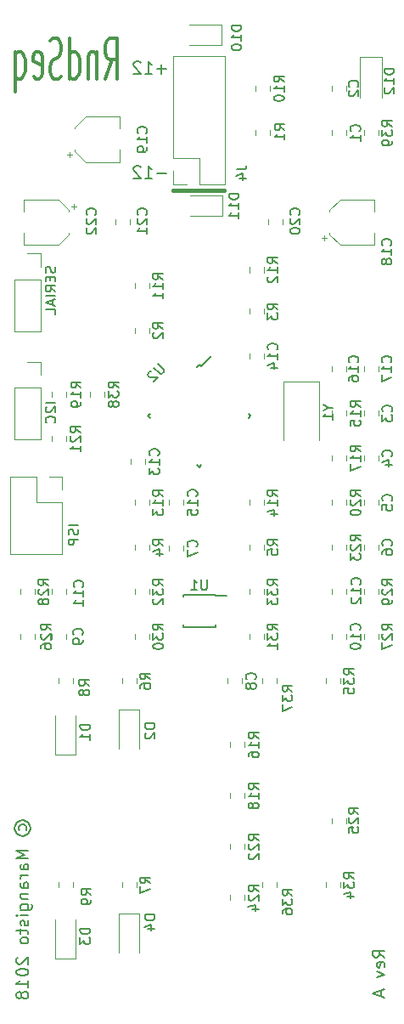
<source format=gbr>
G04 #@! TF.GenerationSoftware,KiCad,Pcbnew,(5.0.0)*
G04 #@! TF.CreationDate,2018-08-20T01:03:39+08:00*
G04 #@! TF.ProjectId,RndSeq,526E645365712E6B696361645F706362,rev?*
G04 #@! TF.SameCoordinates,Original*
G04 #@! TF.FileFunction,Legend,Bot*
G04 #@! TF.FilePolarity,Positive*
%FSLAX46Y46*%
G04 Gerber Fmt 4.6, Leading zero omitted, Abs format (unit mm)*
G04 Created by KiCad (PCBNEW (5.0.0)) date 08/20/18 01:03:39*
%MOMM*%
%LPD*%
G01*
G04 APERTURE LIST*
%ADD10C,0.200000*%
%ADD11C,0.300000*%
%ADD12C,0.400000*%
%ADD13C,0.120000*%
%ADD14C,0.150000*%
G04 APERTURE END LIST*
D10*
X165642857Y-149812571D02*
X165071428Y-149412571D01*
X165642857Y-149126857D02*
X164442857Y-149126857D01*
X164442857Y-149584000D01*
X164500000Y-149698285D01*
X164557142Y-149755428D01*
X164671428Y-149812571D01*
X164842857Y-149812571D01*
X164957142Y-149755428D01*
X165014285Y-149698285D01*
X165071428Y-149584000D01*
X165071428Y-149126857D01*
X165585714Y-150784000D02*
X165642857Y-150669714D01*
X165642857Y-150441142D01*
X165585714Y-150326857D01*
X165471428Y-150269714D01*
X165014285Y-150269714D01*
X164900000Y-150326857D01*
X164842857Y-150441142D01*
X164842857Y-150669714D01*
X164900000Y-150784000D01*
X165014285Y-150841142D01*
X165128571Y-150841142D01*
X165242857Y-150269714D01*
X164842857Y-151241142D02*
X165642857Y-151526857D01*
X164842857Y-151812571D01*
X165300000Y-153126857D02*
X165300000Y-153698285D01*
X165642857Y-153012571D02*
X164442857Y-153412571D01*
X165642857Y-153812571D01*
X129168571Y-137176857D02*
X129111428Y-137062571D01*
X129111428Y-136834000D01*
X129168571Y-136719714D01*
X129282857Y-136605428D01*
X129397142Y-136548285D01*
X129625714Y-136548285D01*
X129740000Y-136605428D01*
X129854285Y-136719714D01*
X129911428Y-136834000D01*
X129911428Y-137062571D01*
X129854285Y-137176857D01*
X128711428Y-136948285D02*
X128768571Y-136662571D01*
X128940000Y-136376857D01*
X129225714Y-136205428D01*
X129511428Y-136148285D01*
X129797142Y-136205428D01*
X130082857Y-136376857D01*
X130254285Y-136662571D01*
X130311428Y-136948285D01*
X130254285Y-137234000D01*
X130082857Y-137519714D01*
X129797142Y-137691142D01*
X129511428Y-137748285D01*
X129225714Y-137691142D01*
X128940000Y-137519714D01*
X128768571Y-137234000D01*
X128711428Y-136948285D01*
X130082857Y-139176857D02*
X128882857Y-139176857D01*
X129740000Y-139576857D01*
X128882857Y-139976857D01*
X130082857Y-139976857D01*
X130082857Y-141062571D02*
X129454285Y-141062571D01*
X129340000Y-141005428D01*
X129282857Y-140891142D01*
X129282857Y-140662571D01*
X129340000Y-140548285D01*
X130025714Y-141062571D02*
X130082857Y-140948285D01*
X130082857Y-140662571D01*
X130025714Y-140548285D01*
X129911428Y-140491142D01*
X129797142Y-140491142D01*
X129682857Y-140548285D01*
X129625714Y-140662571D01*
X129625714Y-140948285D01*
X129568571Y-141062571D01*
X130082857Y-141634000D02*
X129282857Y-141634000D01*
X129511428Y-141634000D02*
X129397142Y-141691142D01*
X129340000Y-141748285D01*
X129282857Y-141862571D01*
X129282857Y-141976857D01*
X130082857Y-142891142D02*
X129454285Y-142891142D01*
X129340000Y-142834000D01*
X129282857Y-142719714D01*
X129282857Y-142491142D01*
X129340000Y-142376857D01*
X130025714Y-142891142D02*
X130082857Y-142776857D01*
X130082857Y-142491142D01*
X130025714Y-142376857D01*
X129911428Y-142319714D01*
X129797142Y-142319714D01*
X129682857Y-142376857D01*
X129625714Y-142491142D01*
X129625714Y-142776857D01*
X129568571Y-142891142D01*
X129282857Y-143462571D02*
X130082857Y-143462571D01*
X129397142Y-143462571D02*
X129340000Y-143519714D01*
X129282857Y-143634000D01*
X129282857Y-143805428D01*
X129340000Y-143919714D01*
X129454285Y-143976857D01*
X130082857Y-143976857D01*
X129282857Y-145062571D02*
X130254285Y-145062571D01*
X130368571Y-145005428D01*
X130425714Y-144948285D01*
X130482857Y-144834000D01*
X130482857Y-144662571D01*
X130425714Y-144548285D01*
X130025714Y-145062571D02*
X130082857Y-144948285D01*
X130082857Y-144719714D01*
X130025714Y-144605428D01*
X129968571Y-144548285D01*
X129854285Y-144491142D01*
X129511428Y-144491142D01*
X129397142Y-144548285D01*
X129340000Y-144605428D01*
X129282857Y-144719714D01*
X129282857Y-144948285D01*
X129340000Y-145062571D01*
X130082857Y-145634000D02*
X129282857Y-145634000D01*
X128882857Y-145634000D02*
X128940000Y-145576857D01*
X128997142Y-145634000D01*
X128940000Y-145691142D01*
X128882857Y-145634000D01*
X128997142Y-145634000D01*
X130025714Y-146148285D02*
X130082857Y-146262571D01*
X130082857Y-146491142D01*
X130025714Y-146605428D01*
X129911428Y-146662571D01*
X129854285Y-146662571D01*
X129740000Y-146605428D01*
X129682857Y-146491142D01*
X129682857Y-146319714D01*
X129625714Y-146205428D01*
X129511428Y-146148285D01*
X129454285Y-146148285D01*
X129340000Y-146205428D01*
X129282857Y-146319714D01*
X129282857Y-146491142D01*
X129340000Y-146605428D01*
X129282857Y-147005428D02*
X129282857Y-147462571D01*
X128882857Y-147176857D02*
X129911428Y-147176857D01*
X130025714Y-147234000D01*
X130082857Y-147348285D01*
X130082857Y-147462571D01*
X130082857Y-148034000D02*
X130025714Y-147919714D01*
X129968571Y-147862571D01*
X129854285Y-147805428D01*
X129511428Y-147805428D01*
X129397142Y-147862571D01*
X129340000Y-147919714D01*
X129282857Y-148034000D01*
X129282857Y-148205428D01*
X129340000Y-148319714D01*
X129397142Y-148376857D01*
X129511428Y-148434000D01*
X129854285Y-148434000D01*
X129968571Y-148376857D01*
X130025714Y-148319714D01*
X130082857Y-148205428D01*
X130082857Y-148034000D01*
X128997142Y-149805428D02*
X128940000Y-149862571D01*
X128882857Y-149976857D01*
X128882857Y-150262571D01*
X128940000Y-150376857D01*
X128997142Y-150434000D01*
X129111428Y-150491142D01*
X129225714Y-150491142D01*
X129397142Y-150434000D01*
X130082857Y-149748285D01*
X130082857Y-150491142D01*
X128882857Y-151234000D02*
X128882857Y-151348285D01*
X128940000Y-151462571D01*
X128997142Y-151519714D01*
X129111428Y-151576857D01*
X129340000Y-151634000D01*
X129625714Y-151634000D01*
X129854285Y-151576857D01*
X129968571Y-151519714D01*
X130025714Y-151462571D01*
X130082857Y-151348285D01*
X130082857Y-151234000D01*
X130025714Y-151119714D01*
X129968571Y-151062571D01*
X129854285Y-151005428D01*
X129625714Y-150948285D01*
X129340000Y-150948285D01*
X129111428Y-151005428D01*
X128997142Y-151062571D01*
X128940000Y-151119714D01*
X128882857Y-151234000D01*
X130082857Y-152776857D02*
X130082857Y-152091142D01*
X130082857Y-152434000D02*
X128882857Y-152434000D01*
X129054285Y-152319714D01*
X129168571Y-152205428D01*
X129225714Y-152091142D01*
X129397142Y-153462571D02*
X129340000Y-153348285D01*
X129282857Y-153291142D01*
X129168571Y-153234000D01*
X129111428Y-153234000D01*
X128997142Y-153291142D01*
X128940000Y-153348285D01*
X128882857Y-153462571D01*
X128882857Y-153691142D01*
X128940000Y-153805428D01*
X128997142Y-153862571D01*
X129111428Y-153919714D01*
X129168571Y-153919714D01*
X129282857Y-153862571D01*
X129340000Y-153805428D01*
X129397142Y-153691142D01*
X129397142Y-153462571D01*
X129454285Y-153348285D01*
X129511428Y-153291142D01*
X129625714Y-153234000D01*
X129854285Y-153234000D01*
X129968571Y-153291142D01*
X130025714Y-153348285D01*
X130082857Y-153462571D01*
X130082857Y-153691142D01*
X130025714Y-153805428D01*
X129968571Y-153862571D01*
X129854285Y-153919714D01*
X129625714Y-153919714D01*
X129511428Y-153862571D01*
X129454285Y-153805428D01*
X129397142Y-153691142D01*
D11*
X137762761Y-62261523D02*
X138429428Y-60356761D01*
X138905619Y-62261523D02*
X138905619Y-58261523D01*
X138143714Y-58261523D01*
X137953238Y-58452000D01*
X137858000Y-58642476D01*
X137762761Y-59023428D01*
X137762761Y-59594857D01*
X137858000Y-59975809D01*
X137953238Y-60166285D01*
X138143714Y-60356761D01*
X138905619Y-60356761D01*
X136905619Y-59594857D02*
X136905619Y-62261523D01*
X136905619Y-59975809D02*
X136810380Y-59785333D01*
X136619904Y-59594857D01*
X136334190Y-59594857D01*
X136143714Y-59785333D01*
X136048476Y-60166285D01*
X136048476Y-62261523D01*
X134238952Y-62261523D02*
X134238952Y-58261523D01*
X134238952Y-62071047D02*
X134429428Y-62261523D01*
X134810380Y-62261523D01*
X135000857Y-62071047D01*
X135096095Y-61880571D01*
X135191333Y-61499619D01*
X135191333Y-60356761D01*
X135096095Y-59975809D01*
X135000857Y-59785333D01*
X134810380Y-59594857D01*
X134429428Y-59594857D01*
X134238952Y-59785333D01*
X133381809Y-62071047D02*
X133096095Y-62261523D01*
X132619904Y-62261523D01*
X132429428Y-62071047D01*
X132334190Y-61880571D01*
X132238952Y-61499619D01*
X132238952Y-61118666D01*
X132334190Y-60737714D01*
X132429428Y-60547238D01*
X132619904Y-60356761D01*
X133000857Y-60166285D01*
X133191333Y-59975809D01*
X133286571Y-59785333D01*
X133381809Y-59404380D01*
X133381809Y-59023428D01*
X133286571Y-58642476D01*
X133191333Y-58452000D01*
X133000857Y-58261523D01*
X132524666Y-58261523D01*
X132238952Y-58452000D01*
X130619904Y-62071047D02*
X130810380Y-62261523D01*
X131191333Y-62261523D01*
X131381809Y-62071047D01*
X131477047Y-61690095D01*
X131477047Y-60166285D01*
X131381809Y-59785333D01*
X131191333Y-59594857D01*
X130810380Y-59594857D01*
X130619904Y-59785333D01*
X130524666Y-60166285D01*
X130524666Y-60547238D01*
X131477047Y-60928190D01*
X128810380Y-59594857D02*
X128810380Y-63594857D01*
X128810380Y-62071047D02*
X129000857Y-62261523D01*
X129381809Y-62261523D01*
X129572285Y-62071047D01*
X129667523Y-61880571D01*
X129762761Y-61499619D01*
X129762761Y-60356761D01*
X129667523Y-59975809D01*
X129572285Y-59785333D01*
X129381809Y-59594857D01*
X129000857Y-59594857D01*
X128810380Y-59785333D01*
D12*
X149606000Y-73406000D02*
X144526000Y-73406000D01*
D10*
X143840000Y-71713714D02*
X142925714Y-71713714D01*
X141725714Y-72170857D02*
X142411428Y-72170857D01*
X142068571Y-72170857D02*
X142068571Y-70970857D01*
X142182857Y-71142285D01*
X142297142Y-71256571D01*
X142411428Y-71313714D01*
X141268571Y-71085142D02*
X141211428Y-71028000D01*
X141097142Y-70970857D01*
X140811428Y-70970857D01*
X140697142Y-71028000D01*
X140640000Y-71085142D01*
X140582857Y-71199428D01*
X140582857Y-71313714D01*
X140640000Y-71485142D01*
X141325714Y-72170857D01*
X140582857Y-72170857D01*
X143840000Y-61299714D02*
X142925714Y-61299714D01*
X143382857Y-61756857D02*
X143382857Y-60842571D01*
X141725714Y-61756857D02*
X142411428Y-61756857D01*
X142068571Y-61756857D02*
X142068571Y-60556857D01*
X142182857Y-60728285D01*
X142297142Y-60842571D01*
X142411428Y-60899714D01*
X141268571Y-60671142D02*
X141211428Y-60614000D01*
X141097142Y-60556857D01*
X140811428Y-60556857D01*
X140697142Y-60614000D01*
X140640000Y-60671142D01*
X140582857Y-60785428D01*
X140582857Y-60899714D01*
X140640000Y-61071142D01*
X141325714Y-61756857D01*
X140582857Y-61756857D01*
D13*
G04 #@! TO.C,D11*
X149459040Y-75907140D02*
X149459040Y-73907140D01*
X149459040Y-75907140D02*
X146259040Y-75907140D01*
X146259040Y-73907140D02*
X149459040Y-73907140D01*
G04 #@! TO.C,D10*
X146132040Y-56889140D02*
X149332040Y-56889140D01*
X149332040Y-58889140D02*
X146132040Y-58889140D01*
X149332040Y-58889140D02*
X149332040Y-56889140D01*
G04 #@! TO.C,D12*
X163192040Y-64188140D02*
X163192040Y-60103140D01*
X163192040Y-60103140D02*
X165362040Y-60103140D01*
X165362040Y-60103140D02*
X165362040Y-64188140D01*
G04 #@! TO.C,C22*
X129632040Y-78818140D02*
X129632040Y-77618140D01*
X129632040Y-74298140D02*
X129632040Y-75498140D01*
X133087603Y-74298140D02*
X129632040Y-74298140D01*
X133087603Y-78818140D02*
X129632040Y-78818140D01*
X134152040Y-77753703D02*
X134152040Y-77618140D01*
X134152040Y-75362577D02*
X134152040Y-75498140D01*
X134152040Y-75362577D02*
X133087603Y-74298140D01*
X134152040Y-77753703D02*
X133087603Y-78818140D01*
X134892040Y-74998140D02*
X134392040Y-74998140D01*
X134642040Y-74748140D02*
X134642040Y-75248140D01*
G04 #@! TO.C,C19*
X134222040Y-70113140D02*
X134222040Y-69613140D01*
X133972040Y-69863140D02*
X134472040Y-69863140D01*
X134712040Y-67107577D02*
X135776477Y-66043140D01*
X134712040Y-69498703D02*
X135776477Y-70563140D01*
X134712040Y-69498703D02*
X134712040Y-69363140D01*
X134712040Y-67107577D02*
X134712040Y-67243140D01*
X135776477Y-66043140D02*
X139232040Y-66043140D01*
X135776477Y-70563140D02*
X139232040Y-70563140D01*
X139232040Y-70563140D02*
X139232040Y-69363140D01*
X139232040Y-66043140D02*
X139232040Y-67243140D01*
G04 #@! TO.C,C18*
X164632040Y-74298140D02*
X164632040Y-75498140D01*
X164632040Y-78818140D02*
X164632040Y-77618140D01*
X161176477Y-78818140D02*
X164632040Y-78818140D01*
X161176477Y-74298140D02*
X164632040Y-74298140D01*
X160112040Y-75362577D02*
X160112040Y-75498140D01*
X160112040Y-77753703D02*
X160112040Y-77618140D01*
X160112040Y-77753703D02*
X161176477Y-78818140D01*
X160112040Y-75362577D02*
X161176477Y-74298140D01*
X159372040Y-78118140D02*
X159872040Y-78118140D01*
X159622040Y-78368140D02*
X159622040Y-77868140D01*
G04 #@! TO.C,C11*
X132452040Y-113129562D02*
X132452040Y-113646718D01*
X133872040Y-113129562D02*
X133872040Y-113646718D01*
G04 #@! TO.C,C21*
X140222040Y-76299562D02*
X140222040Y-76816718D01*
X138802040Y-76299562D02*
X138802040Y-76816718D01*
G04 #@! TO.C,C20*
X154042040Y-76299562D02*
X154042040Y-76816718D01*
X155462040Y-76299562D02*
X155462040Y-76816718D01*
G04 #@! TO.C,C17*
X164987040Y-90904562D02*
X164987040Y-91421718D01*
X163567040Y-90904562D02*
X163567040Y-91421718D01*
G04 #@! TO.C,C16*
X160392040Y-90904562D02*
X160392040Y-91421718D01*
X161812040Y-90904562D02*
X161812040Y-91421718D01*
G04 #@! TO.C,C15*
X144136040Y-104756718D02*
X144136040Y-104239562D01*
X145556040Y-104756718D02*
X145556040Y-104239562D01*
G04 #@! TO.C,C14*
X152137040Y-89634562D02*
X152137040Y-90151718D01*
X153557040Y-89634562D02*
X153557040Y-90151718D01*
G04 #@! TO.C,C13*
X140326040Y-100692718D02*
X140326040Y-100175562D01*
X141746040Y-100692718D02*
X141746040Y-100175562D01*
G04 #@! TO.C,C12*
X160392040Y-113129562D02*
X160392040Y-113646718D01*
X161812040Y-113129562D02*
X161812040Y-113646718D01*
G04 #@! TO.C,C10*
X161812040Y-117574562D02*
X161812040Y-118091718D01*
X160392040Y-117574562D02*
X160392040Y-118091718D01*
G04 #@! TO.C,C8*
X151398040Y-122536718D02*
X151398040Y-122019562D01*
X149978040Y-122536718D02*
X149978040Y-122019562D01*
G04 #@! TO.C,C7*
X144136040Y-109328718D02*
X144136040Y-108811562D01*
X145556040Y-109328718D02*
X145556040Y-108811562D01*
G04 #@! TO.C,C6*
X164987040Y-109201718D02*
X164987040Y-108684562D01*
X163567040Y-109201718D02*
X163567040Y-108684562D01*
G04 #@! TO.C,C5*
X163567040Y-104756718D02*
X163567040Y-104239562D01*
X164987040Y-104756718D02*
X164987040Y-104239562D01*
G04 #@! TO.C,C4*
X164987040Y-100311718D02*
X164987040Y-99794562D01*
X163567040Y-100311718D02*
X163567040Y-99794562D01*
G04 #@! TO.C,C3*
X163567040Y-95866718D02*
X163567040Y-95349562D01*
X164987040Y-95866718D02*
X164987040Y-95349562D01*
G04 #@! TO.C,C2*
X160392040Y-62964562D02*
X160392040Y-63481718D01*
X161812040Y-62964562D02*
X161812040Y-63481718D01*
G04 #@! TO.C,C1*
X160392040Y-67926718D02*
X160392040Y-67409562D01*
X161812040Y-67926718D02*
X161812040Y-67409562D01*
G04 #@! TO.C,C9*
X132452040Y-117574562D02*
X132452040Y-118091718D01*
X133872040Y-117574562D02*
X133872040Y-118091718D01*
G04 #@! TO.C,I2C*
X131317040Y-90468140D02*
X129987040Y-90468140D01*
X131317040Y-91798140D02*
X131317040Y-90468140D01*
X131317040Y-93068140D02*
X128657040Y-93068140D01*
X128657040Y-93068140D02*
X128657040Y-98208140D01*
X131317040Y-93068140D02*
X131317040Y-98208140D01*
X131317040Y-98208140D02*
X128657040Y-98208140D01*
G04 #@! TO.C,SERIAL*
X131317040Y-87413140D02*
X128657040Y-87413140D01*
X131317040Y-82273140D02*
X131317040Y-87413140D01*
X128657040Y-82273140D02*
X128657040Y-87413140D01*
X131317040Y-82273140D02*
X128657040Y-82273140D01*
X131317040Y-81003140D02*
X131317040Y-79673140D01*
X131317040Y-79673140D02*
X129987040Y-79673140D01*
G04 #@! TO.C,ISP*
X133476040Y-109638140D02*
X128276040Y-109638140D01*
X133476040Y-104498140D02*
X133476040Y-109638140D01*
X128276040Y-101898140D02*
X128276040Y-109638140D01*
X133476040Y-104498140D02*
X130876040Y-104498140D01*
X130876040Y-104498140D02*
X130876040Y-101898140D01*
X130876040Y-101898140D02*
X128276040Y-101898140D01*
X133476040Y-103228140D02*
X133476040Y-101898140D01*
X133476040Y-101898140D02*
X132146040Y-101898140D01*
G04 #@! TO.C,J4*
X144532040Y-59988140D02*
X149732040Y-59988140D01*
X144532040Y-70208140D02*
X144532040Y-59988140D01*
X149732040Y-72808140D02*
X149732040Y-59988140D01*
X144532040Y-70208140D02*
X147132040Y-70208140D01*
X147132040Y-70208140D02*
X147132040Y-72808140D01*
X147132040Y-72808140D02*
X149732040Y-72808140D01*
X144532040Y-71478140D02*
X144532040Y-72808140D01*
X144532040Y-72808140D02*
X145862040Y-72808140D01*
G04 #@! TO.C,Y1*
X155492040Y-98308140D02*
X155492040Y-92408140D01*
X155492040Y-92408140D02*
X159092040Y-92408140D01*
X159092040Y-92408140D02*
X159092040Y-98308140D01*
G04 #@! TO.C,D1*
X134797040Y-129608140D02*
X134797040Y-125708140D01*
X132797040Y-129608140D02*
X132797040Y-125708140D01*
X134797040Y-129608140D02*
X132797040Y-129608140D01*
G04 #@! TO.C,D2*
X139147040Y-125108140D02*
X141147040Y-125108140D01*
X141147040Y-125108140D02*
X141147040Y-129008140D01*
X139147040Y-125108140D02*
X139147040Y-129008140D01*
G04 #@! TO.C,D3*
X134797040Y-149928140D02*
X134797040Y-146028140D01*
X132797040Y-149928140D02*
X132797040Y-146028140D01*
X134797040Y-149928140D02*
X132797040Y-149928140D01*
G04 #@! TO.C,D4*
X139147040Y-145428140D02*
X141147040Y-145428140D01*
X141147040Y-145428140D02*
X141147040Y-149328140D01*
X139147040Y-145428140D02*
X139147040Y-149328140D01*
D14*
G04 #@! TO.C,U2*
X147132040Y-90735616D02*
X147291139Y-90894715D01*
X142005516Y-95862140D02*
X142235326Y-96091950D01*
X147132040Y-100988664D02*
X146902230Y-100758854D01*
X152258564Y-95862140D02*
X152028754Y-95632330D01*
X147132040Y-90735616D02*
X146902230Y-90965426D01*
X152258564Y-95862140D02*
X152028754Y-96091950D01*
X147132040Y-100988664D02*
X147361850Y-100758854D01*
X142005516Y-95862140D02*
X142235326Y-95632330D01*
X147291139Y-90894715D02*
X148298766Y-89887088D01*
G04 #@! TO.C,U1*
X148757040Y-113668140D02*
X148757040Y-113793140D01*
X145507040Y-113668140D02*
X145507040Y-113893140D01*
X145507040Y-116918140D02*
X145507040Y-116693140D01*
X148757040Y-116918140D02*
X148757040Y-116693140D01*
X148757040Y-113668140D02*
X145507040Y-113668140D01*
X148757040Y-116918140D02*
X145507040Y-116918140D01*
X148757040Y-113793140D02*
X149832040Y-113793140D01*
D13*
G04 #@! TO.C,R1*
X152772040Y-67409562D02*
X152772040Y-67926718D01*
X154192040Y-67409562D02*
X154192040Y-67926718D01*
G04 #@! TO.C,R32*
X142127040Y-113129562D02*
X142127040Y-113646718D01*
X140707040Y-113129562D02*
X140707040Y-113646718D01*
G04 #@! TO.C,R33*
X152137040Y-113129562D02*
X152137040Y-113646718D01*
X153557040Y-113129562D02*
X153557040Y-113646718D01*
G04 #@! TO.C,R34*
X159757040Y-142856718D02*
X159757040Y-142339562D01*
X161177040Y-142856718D02*
X161177040Y-142339562D01*
G04 #@! TO.C,R35*
X161177040Y-122536718D02*
X161177040Y-122019562D01*
X159757040Y-122536718D02*
X159757040Y-122019562D01*
G04 #@! TO.C,R36*
X154827040Y-142339562D02*
X154827040Y-142856718D01*
X153407040Y-142339562D02*
X153407040Y-142856718D01*
G04 #@! TO.C,R37*
X153407040Y-122019562D02*
X153407040Y-122536718D01*
X154827040Y-122019562D02*
X154827040Y-122536718D01*
G04 #@! TO.C,R38*
X136262040Y-93961718D02*
X136262040Y-93444562D01*
X137682040Y-93961718D02*
X137682040Y-93444562D01*
G04 #@! TO.C,R39*
X164987040Y-67926718D02*
X164987040Y-67409562D01*
X163567040Y-67926718D02*
X163567040Y-67409562D01*
G04 #@! TO.C,R17*
X161812040Y-100311718D02*
X161812040Y-99794562D01*
X160392040Y-100311718D02*
X160392040Y-99794562D01*
G04 #@! TO.C,R19*
X132452040Y-93444562D02*
X132452040Y-93961718D01*
X133872040Y-93444562D02*
X133872040Y-93961718D01*
G04 #@! TO.C,R20*
X160392040Y-104756718D02*
X160392040Y-104239562D01*
X161812040Y-104756718D02*
X161812040Y-104239562D01*
G04 #@! TO.C,R21*
X133872040Y-98406718D02*
X133872040Y-97889562D01*
X132452040Y-98406718D02*
X132452040Y-97889562D01*
G04 #@! TO.C,R22*
X151652040Y-138529562D02*
X151652040Y-139046718D01*
X150232040Y-138529562D02*
X150232040Y-139046718D01*
G04 #@! TO.C,R23*
X161812040Y-109201718D02*
X161812040Y-108684562D01*
X160392040Y-109201718D02*
X160392040Y-108684562D01*
G04 #@! TO.C,R24*
X151652040Y-143609562D02*
X151652040Y-144126718D01*
X150232040Y-143609562D02*
X150232040Y-144126718D01*
G04 #@! TO.C,R25*
X160392040Y-135989562D02*
X160392040Y-136506718D01*
X161812040Y-135989562D02*
X161812040Y-136506718D01*
G04 #@! TO.C,R26*
X130697040Y-117574562D02*
X130697040Y-118091718D01*
X129277040Y-117574562D02*
X129277040Y-118091718D01*
G04 #@! TO.C,R7*
X140857040Y-142856718D02*
X140857040Y-142339562D01*
X139437040Y-142856718D02*
X139437040Y-142339562D01*
G04 #@! TO.C,R2*
X140707040Y-87611718D02*
X140707040Y-87094562D01*
X142127040Y-87611718D02*
X142127040Y-87094562D01*
G04 #@! TO.C,R28*
X130697040Y-113646718D02*
X130697040Y-113129562D01*
X129277040Y-113646718D02*
X129277040Y-113129562D01*
G04 #@! TO.C,R29*
X163567040Y-113646718D02*
X163567040Y-113129562D01*
X164987040Y-113646718D02*
X164987040Y-113129562D01*
G04 #@! TO.C,R30*
X142127040Y-118091718D02*
X142127040Y-117574562D01*
X140707040Y-118091718D02*
X140707040Y-117574562D01*
G04 #@! TO.C,R31*
X152137040Y-118091718D02*
X152137040Y-117574562D01*
X153557040Y-118091718D02*
X153557040Y-117574562D01*
G04 #@! TO.C,R3*
X152137040Y-85189562D02*
X152137040Y-85706718D01*
X153557040Y-85189562D02*
X153557040Y-85706718D01*
G04 #@! TO.C,R4*
X142127040Y-108684562D02*
X142127040Y-109201718D01*
X140707040Y-108684562D02*
X140707040Y-109201718D01*
G04 #@! TO.C,R5*
X152137040Y-108684562D02*
X152137040Y-109201718D01*
X153557040Y-108684562D02*
X153557040Y-109201718D01*
G04 #@! TO.C,R27*
X164987040Y-117574562D02*
X164987040Y-118091718D01*
X163567040Y-117574562D02*
X163567040Y-118091718D01*
G04 #@! TO.C,R18*
X150232040Y-133449562D02*
X150232040Y-133966718D01*
X151652040Y-133449562D02*
X151652040Y-133966718D01*
G04 #@! TO.C,R8*
X134507040Y-122019562D02*
X134507040Y-122536718D01*
X133087040Y-122019562D02*
X133087040Y-122536718D01*
G04 #@! TO.C,R9*
X133087040Y-142339562D02*
X133087040Y-142856718D01*
X134507040Y-142339562D02*
X134507040Y-142856718D01*
G04 #@! TO.C,R10*
X152772040Y-63481718D02*
X152772040Y-62964562D01*
X154192040Y-63481718D02*
X154192040Y-62964562D01*
G04 #@! TO.C,R11*
X142127040Y-83166718D02*
X142127040Y-82649562D01*
X140707040Y-83166718D02*
X140707040Y-82649562D01*
G04 #@! TO.C,R12*
X152137040Y-81564218D02*
X152137040Y-81047062D01*
X153557040Y-81564218D02*
X153557040Y-81047062D01*
G04 #@! TO.C,R13*
X140707040Y-104239562D02*
X140707040Y-104756718D01*
X142127040Y-104239562D02*
X142127040Y-104756718D01*
G04 #@! TO.C,R14*
X152137040Y-104756718D02*
X152137040Y-104239562D01*
X153557040Y-104756718D02*
X153557040Y-104239562D01*
G04 #@! TO.C,R15*
X161812040Y-95866718D02*
X161812040Y-95349562D01*
X160392040Y-95866718D02*
X160392040Y-95349562D01*
G04 #@! TO.C,R16*
X151652040Y-128369562D02*
X151652040Y-128886718D01*
X150232040Y-128369562D02*
X150232040Y-128886718D01*
G04 #@! TO.C,R6*
X140857040Y-122536718D02*
X140857040Y-122019562D01*
X139437040Y-122536718D02*
X139437040Y-122019562D01*
G04 #@! TO.C,D11*
D14*
X151074380Y-73715714D02*
X150074380Y-73715714D01*
X150074380Y-73953809D01*
X150122000Y-74096666D01*
X150217238Y-74191904D01*
X150312476Y-74239523D01*
X150502952Y-74287142D01*
X150645809Y-74287142D01*
X150836285Y-74239523D01*
X150931523Y-74191904D01*
X151026761Y-74096666D01*
X151074380Y-73953809D01*
X151074380Y-73715714D01*
X151074380Y-75239523D02*
X151074380Y-74668095D01*
X151074380Y-74953809D02*
X150074380Y-74953809D01*
X150217238Y-74858571D01*
X150312476Y-74763333D01*
X150360095Y-74668095D01*
X151074380Y-76191904D02*
X151074380Y-75620476D01*
X151074380Y-75906190D02*
X150074380Y-75906190D01*
X150217238Y-75810952D01*
X150312476Y-75715714D01*
X150360095Y-75620476D01*
G04 #@! TO.C,D10*
X151328380Y-56951714D02*
X150328380Y-56951714D01*
X150328380Y-57189809D01*
X150376000Y-57332666D01*
X150471238Y-57427904D01*
X150566476Y-57475523D01*
X150756952Y-57523142D01*
X150899809Y-57523142D01*
X151090285Y-57475523D01*
X151185523Y-57427904D01*
X151280761Y-57332666D01*
X151328380Y-57189809D01*
X151328380Y-56951714D01*
X151328380Y-58475523D02*
X151328380Y-57904095D01*
X151328380Y-58189809D02*
X150328380Y-58189809D01*
X150471238Y-58094571D01*
X150566476Y-57999333D01*
X150614095Y-57904095D01*
X150328380Y-59094571D02*
X150328380Y-59189809D01*
X150376000Y-59285047D01*
X150423619Y-59332666D01*
X150518857Y-59380285D01*
X150709333Y-59427904D01*
X150947428Y-59427904D01*
X151137904Y-59380285D01*
X151233142Y-59332666D01*
X151280761Y-59285047D01*
X151328380Y-59189809D01*
X151328380Y-59094571D01*
X151280761Y-58999333D01*
X151233142Y-58951714D01*
X151137904Y-58904095D01*
X150947428Y-58856476D01*
X150709333Y-58856476D01*
X150518857Y-58904095D01*
X150423619Y-58951714D01*
X150376000Y-58999333D01*
X150328380Y-59094571D01*
G04 #@! TO.C,D12*
X166568380Y-61269714D02*
X165568380Y-61269714D01*
X165568380Y-61507809D01*
X165616000Y-61650666D01*
X165711238Y-61745904D01*
X165806476Y-61793523D01*
X165996952Y-61841142D01*
X166139809Y-61841142D01*
X166330285Y-61793523D01*
X166425523Y-61745904D01*
X166520761Y-61650666D01*
X166568380Y-61507809D01*
X166568380Y-61269714D01*
X166568380Y-62793523D02*
X166568380Y-62222095D01*
X166568380Y-62507809D02*
X165568380Y-62507809D01*
X165711238Y-62412571D01*
X165806476Y-62317333D01*
X165854095Y-62222095D01*
X165663619Y-63174476D02*
X165616000Y-63222095D01*
X165568380Y-63317333D01*
X165568380Y-63555428D01*
X165616000Y-63650666D01*
X165663619Y-63698285D01*
X165758857Y-63745904D01*
X165854095Y-63745904D01*
X165996952Y-63698285D01*
X166568380Y-63126857D01*
X166568380Y-63745904D01*
G04 #@! TO.C,C22*
X136755142Y-75811142D02*
X136802761Y-75763523D01*
X136850380Y-75620666D01*
X136850380Y-75525428D01*
X136802761Y-75382571D01*
X136707523Y-75287333D01*
X136612285Y-75239714D01*
X136421809Y-75192095D01*
X136278952Y-75192095D01*
X136088476Y-75239714D01*
X135993238Y-75287333D01*
X135898000Y-75382571D01*
X135850380Y-75525428D01*
X135850380Y-75620666D01*
X135898000Y-75763523D01*
X135945619Y-75811142D01*
X135945619Y-76192095D02*
X135898000Y-76239714D01*
X135850380Y-76334952D01*
X135850380Y-76573047D01*
X135898000Y-76668285D01*
X135945619Y-76715904D01*
X136040857Y-76763523D01*
X136136095Y-76763523D01*
X136278952Y-76715904D01*
X136850380Y-76144476D01*
X136850380Y-76763523D01*
X135945619Y-77144476D02*
X135898000Y-77192095D01*
X135850380Y-77287333D01*
X135850380Y-77525428D01*
X135898000Y-77620666D01*
X135945619Y-77668285D01*
X136040857Y-77715904D01*
X136136095Y-77715904D01*
X136278952Y-77668285D01*
X136850380Y-77096857D01*
X136850380Y-77715904D01*
G04 #@! TO.C,C19*
X141835142Y-67683142D02*
X141882761Y-67635523D01*
X141930380Y-67492666D01*
X141930380Y-67397428D01*
X141882761Y-67254571D01*
X141787523Y-67159333D01*
X141692285Y-67111714D01*
X141501809Y-67064095D01*
X141358952Y-67064095D01*
X141168476Y-67111714D01*
X141073238Y-67159333D01*
X140978000Y-67254571D01*
X140930380Y-67397428D01*
X140930380Y-67492666D01*
X140978000Y-67635523D01*
X141025619Y-67683142D01*
X141930380Y-68635523D02*
X141930380Y-68064095D01*
X141930380Y-68349809D02*
X140930380Y-68349809D01*
X141073238Y-68254571D01*
X141168476Y-68159333D01*
X141216095Y-68064095D01*
X141930380Y-69111714D02*
X141930380Y-69302190D01*
X141882761Y-69397428D01*
X141835142Y-69445047D01*
X141692285Y-69540285D01*
X141501809Y-69587904D01*
X141120857Y-69587904D01*
X141025619Y-69540285D01*
X140978000Y-69492666D01*
X140930380Y-69397428D01*
X140930380Y-69206952D01*
X140978000Y-69111714D01*
X141025619Y-69064095D01*
X141120857Y-69016476D01*
X141358952Y-69016476D01*
X141454190Y-69064095D01*
X141501809Y-69111714D01*
X141549428Y-69206952D01*
X141549428Y-69397428D01*
X141501809Y-69492666D01*
X141454190Y-69540285D01*
X141358952Y-69587904D01*
G04 #@! TO.C,C18*
X166219142Y-78859142D02*
X166266761Y-78811523D01*
X166314380Y-78668666D01*
X166314380Y-78573428D01*
X166266761Y-78430571D01*
X166171523Y-78335333D01*
X166076285Y-78287714D01*
X165885809Y-78240095D01*
X165742952Y-78240095D01*
X165552476Y-78287714D01*
X165457238Y-78335333D01*
X165362000Y-78430571D01*
X165314380Y-78573428D01*
X165314380Y-78668666D01*
X165362000Y-78811523D01*
X165409619Y-78859142D01*
X166314380Y-79811523D02*
X166314380Y-79240095D01*
X166314380Y-79525809D02*
X165314380Y-79525809D01*
X165457238Y-79430571D01*
X165552476Y-79335333D01*
X165600095Y-79240095D01*
X165742952Y-80382952D02*
X165695333Y-80287714D01*
X165647714Y-80240095D01*
X165552476Y-80192476D01*
X165504857Y-80192476D01*
X165409619Y-80240095D01*
X165362000Y-80287714D01*
X165314380Y-80382952D01*
X165314380Y-80573428D01*
X165362000Y-80668666D01*
X165409619Y-80716285D01*
X165504857Y-80763904D01*
X165552476Y-80763904D01*
X165647714Y-80716285D01*
X165695333Y-80668666D01*
X165742952Y-80573428D01*
X165742952Y-80382952D01*
X165790571Y-80287714D01*
X165838190Y-80240095D01*
X165933428Y-80192476D01*
X166123904Y-80192476D01*
X166219142Y-80240095D01*
X166266761Y-80287714D01*
X166314380Y-80382952D01*
X166314380Y-80573428D01*
X166266761Y-80668666D01*
X166219142Y-80716285D01*
X166123904Y-80763904D01*
X165933428Y-80763904D01*
X165838190Y-80716285D01*
X165790571Y-80668666D01*
X165742952Y-80573428D01*
G04 #@! TO.C,C11*
X135485142Y-112895142D02*
X135532761Y-112847523D01*
X135580380Y-112704666D01*
X135580380Y-112609428D01*
X135532761Y-112466571D01*
X135437523Y-112371333D01*
X135342285Y-112323714D01*
X135151809Y-112276095D01*
X135008952Y-112276095D01*
X134818476Y-112323714D01*
X134723238Y-112371333D01*
X134628000Y-112466571D01*
X134580380Y-112609428D01*
X134580380Y-112704666D01*
X134628000Y-112847523D01*
X134675619Y-112895142D01*
X135580380Y-113847523D02*
X135580380Y-113276095D01*
X135580380Y-113561809D02*
X134580380Y-113561809D01*
X134723238Y-113466571D01*
X134818476Y-113371333D01*
X134866095Y-113276095D01*
X135580380Y-114799904D02*
X135580380Y-114228476D01*
X135580380Y-114514190D02*
X134580380Y-114514190D01*
X134723238Y-114418952D01*
X134818476Y-114323714D01*
X134866095Y-114228476D01*
G04 #@! TO.C,C21*
X141835142Y-75811142D02*
X141882761Y-75763523D01*
X141930380Y-75620666D01*
X141930380Y-75525428D01*
X141882761Y-75382571D01*
X141787523Y-75287333D01*
X141692285Y-75239714D01*
X141501809Y-75192095D01*
X141358952Y-75192095D01*
X141168476Y-75239714D01*
X141073238Y-75287333D01*
X140978000Y-75382571D01*
X140930380Y-75525428D01*
X140930380Y-75620666D01*
X140978000Y-75763523D01*
X141025619Y-75811142D01*
X141025619Y-76192095D02*
X140978000Y-76239714D01*
X140930380Y-76334952D01*
X140930380Y-76573047D01*
X140978000Y-76668285D01*
X141025619Y-76715904D01*
X141120857Y-76763523D01*
X141216095Y-76763523D01*
X141358952Y-76715904D01*
X141930380Y-76144476D01*
X141930380Y-76763523D01*
X141930380Y-77715904D02*
X141930380Y-77144476D01*
X141930380Y-77430190D02*
X140930380Y-77430190D01*
X141073238Y-77334952D01*
X141168476Y-77239714D01*
X141216095Y-77144476D01*
G04 #@! TO.C,C20*
X157075142Y-75811142D02*
X157122761Y-75763523D01*
X157170380Y-75620666D01*
X157170380Y-75525428D01*
X157122761Y-75382571D01*
X157027523Y-75287333D01*
X156932285Y-75239714D01*
X156741809Y-75192095D01*
X156598952Y-75192095D01*
X156408476Y-75239714D01*
X156313238Y-75287333D01*
X156218000Y-75382571D01*
X156170380Y-75525428D01*
X156170380Y-75620666D01*
X156218000Y-75763523D01*
X156265619Y-75811142D01*
X156265619Y-76192095D02*
X156218000Y-76239714D01*
X156170380Y-76334952D01*
X156170380Y-76573047D01*
X156218000Y-76668285D01*
X156265619Y-76715904D01*
X156360857Y-76763523D01*
X156456095Y-76763523D01*
X156598952Y-76715904D01*
X157170380Y-76144476D01*
X157170380Y-76763523D01*
X156170380Y-77382571D02*
X156170380Y-77477809D01*
X156218000Y-77573047D01*
X156265619Y-77620666D01*
X156360857Y-77668285D01*
X156551333Y-77715904D01*
X156789428Y-77715904D01*
X156979904Y-77668285D01*
X157075142Y-77620666D01*
X157122761Y-77573047D01*
X157170380Y-77477809D01*
X157170380Y-77382571D01*
X157122761Y-77287333D01*
X157075142Y-77239714D01*
X156979904Y-77192095D01*
X156789428Y-77144476D01*
X156551333Y-77144476D01*
X156360857Y-77192095D01*
X156265619Y-77239714D01*
X156218000Y-77287333D01*
X156170380Y-77382571D01*
G04 #@! TO.C,C17*
X166219142Y-90520282D02*
X166266761Y-90472663D01*
X166314380Y-90329806D01*
X166314380Y-90234568D01*
X166266761Y-90091711D01*
X166171523Y-89996473D01*
X166076285Y-89948854D01*
X165885809Y-89901235D01*
X165742952Y-89901235D01*
X165552476Y-89948854D01*
X165457238Y-89996473D01*
X165362000Y-90091711D01*
X165314380Y-90234568D01*
X165314380Y-90329806D01*
X165362000Y-90472663D01*
X165409619Y-90520282D01*
X166314380Y-91472663D02*
X166314380Y-90901235D01*
X166314380Y-91186949D02*
X165314380Y-91186949D01*
X165457238Y-91091711D01*
X165552476Y-90996473D01*
X165600095Y-90901235D01*
X165314380Y-91805997D02*
X165314380Y-92472663D01*
X166314380Y-92044092D01*
G04 #@! TO.C,C16*
X162917142Y-90520282D02*
X162964761Y-90472663D01*
X163012380Y-90329806D01*
X163012380Y-90234568D01*
X162964761Y-90091711D01*
X162869523Y-89996473D01*
X162774285Y-89948854D01*
X162583809Y-89901235D01*
X162440952Y-89901235D01*
X162250476Y-89948854D01*
X162155238Y-89996473D01*
X162060000Y-90091711D01*
X162012380Y-90234568D01*
X162012380Y-90329806D01*
X162060000Y-90472663D01*
X162107619Y-90520282D01*
X163012380Y-91472663D02*
X163012380Y-90901235D01*
X163012380Y-91186949D02*
X162012380Y-91186949D01*
X162155238Y-91091711D01*
X162250476Y-90996473D01*
X162298095Y-90901235D01*
X162012380Y-92329806D02*
X162012380Y-92139330D01*
X162060000Y-92044092D01*
X162107619Y-91996473D01*
X162250476Y-91901235D01*
X162440952Y-91853616D01*
X162821904Y-91853616D01*
X162917142Y-91901235D01*
X162964761Y-91948854D01*
X163012380Y-92044092D01*
X163012380Y-92234568D01*
X162964761Y-92329806D01*
X162917142Y-92377425D01*
X162821904Y-92425044D01*
X162583809Y-92425044D01*
X162488571Y-92377425D01*
X162440952Y-92329806D01*
X162393333Y-92234568D01*
X162393333Y-92044092D01*
X162440952Y-91948854D01*
X162488571Y-91901235D01*
X162583809Y-91853616D01*
G04 #@! TO.C,C15*
X146853182Y-103855282D02*
X146900801Y-103807663D01*
X146948420Y-103664806D01*
X146948420Y-103569568D01*
X146900801Y-103426711D01*
X146805563Y-103331473D01*
X146710325Y-103283854D01*
X146519849Y-103236235D01*
X146376992Y-103236235D01*
X146186516Y-103283854D01*
X146091278Y-103331473D01*
X145996040Y-103426711D01*
X145948420Y-103569568D01*
X145948420Y-103664806D01*
X145996040Y-103807663D01*
X146043659Y-103855282D01*
X146948420Y-104807663D02*
X146948420Y-104236235D01*
X146948420Y-104521949D02*
X145948420Y-104521949D01*
X146091278Y-104426711D01*
X146186516Y-104331473D01*
X146234135Y-104236235D01*
X145948420Y-105712425D02*
X145948420Y-105236235D01*
X146424611Y-105188616D01*
X146376992Y-105236235D01*
X146329373Y-105331473D01*
X146329373Y-105569568D01*
X146376992Y-105664806D01*
X146424611Y-105712425D01*
X146519849Y-105760044D01*
X146757944Y-105760044D01*
X146853182Y-105712425D01*
X146900801Y-105664806D01*
X146948420Y-105569568D01*
X146948420Y-105331473D01*
X146900801Y-105236235D01*
X146853182Y-105188616D01*
G04 #@! TO.C,C14*
X154856182Y-89250282D02*
X154903801Y-89202663D01*
X154951420Y-89059806D01*
X154951420Y-88964568D01*
X154903801Y-88821711D01*
X154808563Y-88726473D01*
X154713325Y-88678854D01*
X154522849Y-88631235D01*
X154379992Y-88631235D01*
X154189516Y-88678854D01*
X154094278Y-88726473D01*
X153999040Y-88821711D01*
X153951420Y-88964568D01*
X153951420Y-89059806D01*
X153999040Y-89202663D01*
X154046659Y-89250282D01*
X154951420Y-90202663D02*
X154951420Y-89631235D01*
X154951420Y-89916949D02*
X153951420Y-89916949D01*
X154094278Y-89821711D01*
X154189516Y-89726473D01*
X154237135Y-89631235D01*
X154284754Y-91059806D02*
X154951420Y-91059806D01*
X153903801Y-90821711D02*
X154618087Y-90583616D01*
X154618087Y-91202663D01*
G04 #@! TO.C,C13*
X143043182Y-99791282D02*
X143090801Y-99743663D01*
X143138420Y-99600806D01*
X143138420Y-99505568D01*
X143090801Y-99362711D01*
X142995563Y-99267473D01*
X142900325Y-99219854D01*
X142709849Y-99172235D01*
X142566992Y-99172235D01*
X142376516Y-99219854D01*
X142281278Y-99267473D01*
X142186040Y-99362711D01*
X142138420Y-99505568D01*
X142138420Y-99600806D01*
X142186040Y-99743663D01*
X142233659Y-99791282D01*
X143138420Y-100743663D02*
X143138420Y-100172235D01*
X143138420Y-100457949D02*
X142138420Y-100457949D01*
X142281278Y-100362711D01*
X142376516Y-100267473D01*
X142424135Y-100172235D01*
X142138420Y-101076997D02*
X142138420Y-101696044D01*
X142519373Y-101362711D01*
X142519373Y-101505568D01*
X142566992Y-101600806D01*
X142614611Y-101648425D01*
X142709849Y-101696044D01*
X142947944Y-101696044D01*
X143043182Y-101648425D01*
X143090801Y-101600806D01*
X143138420Y-101505568D01*
X143138420Y-101219854D01*
X143090801Y-101124616D01*
X143043182Y-101076997D01*
G04 #@! TO.C,C12*
X163171142Y-112641142D02*
X163218761Y-112593523D01*
X163266380Y-112450666D01*
X163266380Y-112355428D01*
X163218761Y-112212571D01*
X163123523Y-112117333D01*
X163028285Y-112069714D01*
X162837809Y-112022095D01*
X162694952Y-112022095D01*
X162504476Y-112069714D01*
X162409238Y-112117333D01*
X162314000Y-112212571D01*
X162266380Y-112355428D01*
X162266380Y-112450666D01*
X162314000Y-112593523D01*
X162361619Y-112641142D01*
X163266380Y-113593523D02*
X163266380Y-113022095D01*
X163266380Y-113307809D02*
X162266380Y-113307809D01*
X162409238Y-113212571D01*
X162504476Y-113117333D01*
X162552095Y-113022095D01*
X162361619Y-113974476D02*
X162314000Y-114022095D01*
X162266380Y-114117333D01*
X162266380Y-114355428D01*
X162314000Y-114450666D01*
X162361619Y-114498285D01*
X162456857Y-114545904D01*
X162552095Y-114545904D01*
X162694952Y-114498285D01*
X163266380Y-113926857D01*
X163266380Y-114545904D01*
G04 #@! TO.C,C10*
X163111182Y-117190282D02*
X163158801Y-117142663D01*
X163206420Y-116999806D01*
X163206420Y-116904568D01*
X163158801Y-116761711D01*
X163063563Y-116666473D01*
X162968325Y-116618854D01*
X162777849Y-116571235D01*
X162634992Y-116571235D01*
X162444516Y-116618854D01*
X162349278Y-116666473D01*
X162254040Y-116761711D01*
X162206420Y-116904568D01*
X162206420Y-116999806D01*
X162254040Y-117142663D01*
X162301659Y-117190282D01*
X163206420Y-118142663D02*
X163206420Y-117571235D01*
X163206420Y-117856949D02*
X162206420Y-117856949D01*
X162349278Y-117761711D01*
X162444516Y-117666473D01*
X162492135Y-117571235D01*
X162206420Y-118761711D02*
X162206420Y-118856949D01*
X162254040Y-118952187D01*
X162301659Y-118999806D01*
X162396897Y-119047425D01*
X162587373Y-119095044D01*
X162825468Y-119095044D01*
X163015944Y-119047425D01*
X163111182Y-118999806D01*
X163158801Y-118952187D01*
X163206420Y-118856949D01*
X163206420Y-118761711D01*
X163158801Y-118666473D01*
X163111182Y-118618854D01*
X163015944Y-118571235D01*
X162825468Y-118523616D01*
X162587373Y-118523616D01*
X162396897Y-118571235D01*
X162301659Y-118618854D01*
X162254040Y-118666473D01*
X162206420Y-118761711D01*
G04 #@! TO.C,C8*
X152695182Y-122111473D02*
X152742801Y-122063854D01*
X152790420Y-121920997D01*
X152790420Y-121825759D01*
X152742801Y-121682901D01*
X152647563Y-121587663D01*
X152552325Y-121540044D01*
X152361849Y-121492425D01*
X152218992Y-121492425D01*
X152028516Y-121540044D01*
X151933278Y-121587663D01*
X151838040Y-121682901D01*
X151790420Y-121825759D01*
X151790420Y-121920997D01*
X151838040Y-122063854D01*
X151885659Y-122111473D01*
X152218992Y-122682901D02*
X152171373Y-122587663D01*
X152123754Y-122540044D01*
X152028516Y-122492425D01*
X151980897Y-122492425D01*
X151885659Y-122540044D01*
X151838040Y-122587663D01*
X151790420Y-122682901D01*
X151790420Y-122873378D01*
X151838040Y-122968616D01*
X151885659Y-123016235D01*
X151980897Y-123063854D01*
X152028516Y-123063854D01*
X152123754Y-123016235D01*
X152171373Y-122968616D01*
X152218992Y-122873378D01*
X152218992Y-122682901D01*
X152266611Y-122587663D01*
X152314230Y-122540044D01*
X152409468Y-122492425D01*
X152599944Y-122492425D01*
X152695182Y-122540044D01*
X152742801Y-122587663D01*
X152790420Y-122682901D01*
X152790420Y-122873378D01*
X152742801Y-122968616D01*
X152695182Y-123016235D01*
X152599944Y-123063854D01*
X152409468Y-123063854D01*
X152314230Y-123016235D01*
X152266611Y-122968616D01*
X152218992Y-122873378D01*
G04 #@! TO.C,C7*
X146853182Y-108903473D02*
X146900801Y-108855854D01*
X146948420Y-108712997D01*
X146948420Y-108617759D01*
X146900801Y-108474901D01*
X146805563Y-108379663D01*
X146710325Y-108332044D01*
X146519849Y-108284425D01*
X146376992Y-108284425D01*
X146186516Y-108332044D01*
X146091278Y-108379663D01*
X145996040Y-108474901D01*
X145948420Y-108617759D01*
X145948420Y-108712997D01*
X145996040Y-108855854D01*
X146043659Y-108903473D01*
X145948420Y-109236806D02*
X145948420Y-109903473D01*
X146948420Y-109474901D01*
G04 #@! TO.C,C6*
X166284182Y-108776473D02*
X166331801Y-108728854D01*
X166379420Y-108585997D01*
X166379420Y-108490759D01*
X166331801Y-108347901D01*
X166236563Y-108252663D01*
X166141325Y-108205044D01*
X165950849Y-108157425D01*
X165807992Y-108157425D01*
X165617516Y-108205044D01*
X165522278Y-108252663D01*
X165427040Y-108347901D01*
X165379420Y-108490759D01*
X165379420Y-108585997D01*
X165427040Y-108728854D01*
X165474659Y-108776473D01*
X165379420Y-109633616D02*
X165379420Y-109443140D01*
X165427040Y-109347901D01*
X165474659Y-109300282D01*
X165617516Y-109205044D01*
X165807992Y-109157425D01*
X166188944Y-109157425D01*
X166284182Y-109205044D01*
X166331801Y-109252663D01*
X166379420Y-109347901D01*
X166379420Y-109538378D01*
X166331801Y-109633616D01*
X166284182Y-109681235D01*
X166188944Y-109728854D01*
X165950849Y-109728854D01*
X165855611Y-109681235D01*
X165807992Y-109633616D01*
X165760373Y-109538378D01*
X165760373Y-109347901D01*
X165807992Y-109252663D01*
X165855611Y-109205044D01*
X165950849Y-109157425D01*
G04 #@! TO.C,C5*
X166284182Y-104331473D02*
X166331801Y-104283854D01*
X166379420Y-104140997D01*
X166379420Y-104045759D01*
X166331801Y-103902901D01*
X166236563Y-103807663D01*
X166141325Y-103760044D01*
X165950849Y-103712425D01*
X165807992Y-103712425D01*
X165617516Y-103760044D01*
X165522278Y-103807663D01*
X165427040Y-103902901D01*
X165379420Y-104045759D01*
X165379420Y-104140997D01*
X165427040Y-104283854D01*
X165474659Y-104331473D01*
X165379420Y-105236235D02*
X165379420Y-104760044D01*
X165855611Y-104712425D01*
X165807992Y-104760044D01*
X165760373Y-104855282D01*
X165760373Y-105093378D01*
X165807992Y-105188616D01*
X165855611Y-105236235D01*
X165950849Y-105283854D01*
X166188944Y-105283854D01*
X166284182Y-105236235D01*
X166331801Y-105188616D01*
X166379420Y-105093378D01*
X166379420Y-104855282D01*
X166331801Y-104760044D01*
X166284182Y-104712425D01*
G04 #@! TO.C,C4*
X166284182Y-99886473D02*
X166331801Y-99838854D01*
X166379420Y-99695997D01*
X166379420Y-99600759D01*
X166331801Y-99457901D01*
X166236563Y-99362663D01*
X166141325Y-99315044D01*
X165950849Y-99267425D01*
X165807992Y-99267425D01*
X165617516Y-99315044D01*
X165522278Y-99362663D01*
X165427040Y-99457901D01*
X165379420Y-99600759D01*
X165379420Y-99695997D01*
X165427040Y-99838854D01*
X165474659Y-99886473D01*
X165712754Y-100743616D02*
X166379420Y-100743616D01*
X165331801Y-100505520D02*
X166046087Y-100267425D01*
X166046087Y-100886473D01*
G04 #@! TO.C,C3*
X166284182Y-95441473D02*
X166331801Y-95393854D01*
X166379420Y-95250997D01*
X166379420Y-95155759D01*
X166331801Y-95012901D01*
X166236563Y-94917663D01*
X166141325Y-94870044D01*
X165950849Y-94822425D01*
X165807992Y-94822425D01*
X165617516Y-94870044D01*
X165522278Y-94917663D01*
X165427040Y-95012901D01*
X165379420Y-95155759D01*
X165379420Y-95250997D01*
X165427040Y-95393854D01*
X165474659Y-95441473D01*
X165379420Y-95774806D02*
X165379420Y-96393854D01*
X165760373Y-96060520D01*
X165760373Y-96203378D01*
X165807992Y-96298616D01*
X165855611Y-96346235D01*
X165950849Y-96393854D01*
X166188944Y-96393854D01*
X166284182Y-96346235D01*
X166331801Y-96298616D01*
X166379420Y-96203378D01*
X166379420Y-95917663D01*
X166331801Y-95822425D01*
X166284182Y-95774806D01*
G04 #@! TO.C,C2*
X162917142Y-63079333D02*
X162964761Y-63031714D01*
X163012380Y-62888857D01*
X163012380Y-62793619D01*
X162964761Y-62650761D01*
X162869523Y-62555523D01*
X162774285Y-62507904D01*
X162583809Y-62460285D01*
X162440952Y-62460285D01*
X162250476Y-62507904D01*
X162155238Y-62555523D01*
X162060000Y-62650761D01*
X162012380Y-62793619D01*
X162012380Y-62888857D01*
X162060000Y-63031714D01*
X162107619Y-63079333D01*
X162107619Y-63460285D02*
X162060000Y-63507904D01*
X162012380Y-63603142D01*
X162012380Y-63841238D01*
X162060000Y-63936476D01*
X162107619Y-63984095D01*
X162202857Y-64031714D01*
X162298095Y-64031714D01*
X162440952Y-63984095D01*
X163012380Y-63412666D01*
X163012380Y-64031714D01*
G04 #@! TO.C,C1*
X163109182Y-67501473D02*
X163156801Y-67453854D01*
X163204420Y-67310997D01*
X163204420Y-67215759D01*
X163156801Y-67072901D01*
X163061563Y-66977663D01*
X162966325Y-66930044D01*
X162775849Y-66882425D01*
X162632992Y-66882425D01*
X162442516Y-66930044D01*
X162347278Y-66977663D01*
X162252040Y-67072901D01*
X162204420Y-67215759D01*
X162204420Y-67310997D01*
X162252040Y-67453854D01*
X162299659Y-67501473D01*
X163204420Y-68453854D02*
X163204420Y-67882425D01*
X163204420Y-68168140D02*
X162204420Y-68168140D01*
X162347278Y-68072901D01*
X162442516Y-67977663D01*
X162490135Y-67882425D01*
G04 #@! TO.C,C9*
X135425182Y-117666473D02*
X135472801Y-117618854D01*
X135520420Y-117475997D01*
X135520420Y-117380759D01*
X135472801Y-117237901D01*
X135377563Y-117142663D01*
X135282325Y-117095044D01*
X135091849Y-117047425D01*
X134948992Y-117047425D01*
X134758516Y-117095044D01*
X134663278Y-117142663D01*
X134568040Y-117237901D01*
X134520420Y-117380759D01*
X134520420Y-117475997D01*
X134568040Y-117618854D01*
X134615659Y-117666473D01*
X135520420Y-118142663D02*
X135520420Y-118333140D01*
X135472801Y-118428378D01*
X135425182Y-118475997D01*
X135282325Y-118571235D01*
X135091849Y-118618854D01*
X134710897Y-118618854D01*
X134615659Y-118571235D01*
X134568040Y-118523616D01*
X134520420Y-118428378D01*
X134520420Y-118237901D01*
X134568040Y-118142663D01*
X134615659Y-118095044D01*
X134710897Y-118047425D01*
X134948992Y-118047425D01*
X135044230Y-118095044D01*
X135091849Y-118142663D01*
X135139468Y-118237901D01*
X135139468Y-118428378D01*
X135091849Y-118523616D01*
X135044230Y-118571235D01*
X134948992Y-118618854D01*
G04 #@! TO.C,I2C*
X132786380Y-94527809D02*
X131786380Y-94527809D01*
X131881619Y-94956380D02*
X131834000Y-95004000D01*
X131786380Y-95099238D01*
X131786380Y-95337333D01*
X131834000Y-95432571D01*
X131881619Y-95480190D01*
X131976857Y-95527809D01*
X132072095Y-95527809D01*
X132214952Y-95480190D01*
X132786380Y-94908761D01*
X132786380Y-95527809D01*
X132691142Y-96527809D02*
X132738761Y-96480190D01*
X132786380Y-96337333D01*
X132786380Y-96242095D01*
X132738761Y-96099238D01*
X132643523Y-96004000D01*
X132548285Y-95956380D01*
X132357809Y-95908761D01*
X132214952Y-95908761D01*
X132024476Y-95956380D01*
X131929238Y-96004000D01*
X131834000Y-96099238D01*
X131786380Y-96242095D01*
X131786380Y-96337333D01*
X131834000Y-96480190D01*
X131881619Y-96527809D01*
G04 #@! TO.C,SERIAL*
X132738761Y-81002476D02*
X132786380Y-81145333D01*
X132786380Y-81383428D01*
X132738761Y-81478666D01*
X132691142Y-81526285D01*
X132595904Y-81573904D01*
X132500666Y-81573904D01*
X132405428Y-81526285D01*
X132357809Y-81478666D01*
X132310190Y-81383428D01*
X132262571Y-81192952D01*
X132214952Y-81097714D01*
X132167333Y-81050095D01*
X132072095Y-81002476D01*
X131976857Y-81002476D01*
X131881619Y-81050095D01*
X131834000Y-81097714D01*
X131786380Y-81192952D01*
X131786380Y-81431047D01*
X131834000Y-81573904D01*
X132262571Y-82002476D02*
X132262571Y-82335809D01*
X132786380Y-82478666D02*
X132786380Y-82002476D01*
X131786380Y-82002476D01*
X131786380Y-82478666D01*
X132786380Y-83478666D02*
X132310190Y-83145333D01*
X132786380Y-82907238D02*
X131786380Y-82907238D01*
X131786380Y-83288190D01*
X131834000Y-83383428D01*
X131881619Y-83431047D01*
X131976857Y-83478666D01*
X132119714Y-83478666D01*
X132214952Y-83431047D01*
X132262571Y-83383428D01*
X132310190Y-83288190D01*
X132310190Y-82907238D01*
X132786380Y-83907238D02*
X131786380Y-83907238D01*
X132500666Y-84335809D02*
X132500666Y-84812000D01*
X132786380Y-84240571D02*
X131786380Y-84573904D01*
X132786380Y-84907238D01*
X132786380Y-85716761D02*
X132786380Y-85240571D01*
X131786380Y-85240571D01*
G04 #@! TO.C,ISP*
X135072380Y-106719809D02*
X134072380Y-106719809D01*
X135024761Y-107148380D02*
X135072380Y-107291238D01*
X135072380Y-107529333D01*
X135024761Y-107624571D01*
X134977142Y-107672190D01*
X134881904Y-107719809D01*
X134786666Y-107719809D01*
X134691428Y-107672190D01*
X134643809Y-107624571D01*
X134596190Y-107529333D01*
X134548571Y-107338857D01*
X134500952Y-107243619D01*
X134453333Y-107196000D01*
X134358095Y-107148380D01*
X134262857Y-107148380D01*
X134167619Y-107196000D01*
X134120000Y-107243619D01*
X134072380Y-107338857D01*
X134072380Y-107576952D01*
X134120000Y-107719809D01*
X135072380Y-108148380D02*
X134072380Y-108148380D01*
X134072380Y-108529333D01*
X134120000Y-108624571D01*
X134167619Y-108672190D01*
X134262857Y-108719809D01*
X134405714Y-108719809D01*
X134500952Y-108672190D01*
X134548571Y-108624571D01*
X134596190Y-108529333D01*
X134596190Y-108148380D01*
G04 #@! TO.C,J4*
X150836380Y-71294666D02*
X151550666Y-71294666D01*
X151693523Y-71247047D01*
X151788761Y-71151809D01*
X151836380Y-71008952D01*
X151836380Y-70913714D01*
X151169714Y-72199428D02*
X151836380Y-72199428D01*
X150788761Y-71961333D02*
X151503047Y-71723238D01*
X151503047Y-72342285D01*
G04 #@! TO.C,Y1*
X159996190Y-95027809D02*
X160472380Y-95027809D01*
X159472380Y-94694476D02*
X159996190Y-95027809D01*
X159472380Y-95361142D01*
X160472380Y-96218285D02*
X160472380Y-95646857D01*
X160472380Y-95932571D02*
X159472380Y-95932571D01*
X159615238Y-95837333D01*
X159710476Y-95742095D01*
X159758095Y-95646857D01*
G04 #@! TO.C,D1*
X136249420Y-126620044D02*
X135249420Y-126620044D01*
X135249420Y-126858140D01*
X135297040Y-127000997D01*
X135392278Y-127096235D01*
X135487516Y-127143854D01*
X135677992Y-127191473D01*
X135820849Y-127191473D01*
X136011325Y-127143854D01*
X136106563Y-127096235D01*
X136201801Y-127000997D01*
X136249420Y-126858140D01*
X136249420Y-126620044D01*
X136249420Y-128143854D02*
X136249420Y-127572425D01*
X136249420Y-127858140D02*
X135249420Y-127858140D01*
X135392278Y-127762901D01*
X135487516Y-127667663D01*
X135535135Y-127572425D01*
G04 #@! TO.C,D2*
X142692380Y-126515904D02*
X141692380Y-126515904D01*
X141692380Y-126754000D01*
X141740000Y-126896857D01*
X141835238Y-126992095D01*
X141930476Y-127039714D01*
X142120952Y-127087333D01*
X142263809Y-127087333D01*
X142454285Y-127039714D01*
X142549523Y-126992095D01*
X142644761Y-126896857D01*
X142692380Y-126754000D01*
X142692380Y-126515904D01*
X141787619Y-127468285D02*
X141740000Y-127515904D01*
X141692380Y-127611142D01*
X141692380Y-127849238D01*
X141740000Y-127944476D01*
X141787619Y-127992095D01*
X141882857Y-128039714D01*
X141978095Y-128039714D01*
X142120952Y-127992095D01*
X142692380Y-127420666D01*
X142692380Y-128039714D01*
G04 #@! TO.C,D3*
X136249420Y-146940044D02*
X135249420Y-146940044D01*
X135249420Y-147178140D01*
X135297040Y-147320997D01*
X135392278Y-147416235D01*
X135487516Y-147463854D01*
X135677992Y-147511473D01*
X135820849Y-147511473D01*
X136011325Y-147463854D01*
X136106563Y-147416235D01*
X136201801Y-147320997D01*
X136249420Y-147178140D01*
X136249420Y-146940044D01*
X135249420Y-147844806D02*
X135249420Y-148463854D01*
X135630373Y-148130520D01*
X135630373Y-148273378D01*
X135677992Y-148368616D01*
X135725611Y-148416235D01*
X135820849Y-148463854D01*
X136058944Y-148463854D01*
X136154182Y-148416235D01*
X136201801Y-148368616D01*
X136249420Y-148273378D01*
X136249420Y-147987663D01*
X136201801Y-147892425D01*
X136154182Y-147844806D01*
G04 #@! TO.C,D4*
X142692380Y-145565904D02*
X141692380Y-145565904D01*
X141692380Y-145804000D01*
X141740000Y-145946857D01*
X141835238Y-146042095D01*
X141930476Y-146089714D01*
X142120952Y-146137333D01*
X142263809Y-146137333D01*
X142454285Y-146089714D01*
X142549523Y-146042095D01*
X142644761Y-145946857D01*
X142692380Y-145804000D01*
X142692380Y-145565904D01*
X142025714Y-146994476D02*
X142692380Y-146994476D01*
X141644761Y-146756380D02*
X142359047Y-146518285D01*
X142359047Y-147137333D01*
G04 #@! TO.C,U2*
X143005566Y-90658170D02*
X143577986Y-91230590D01*
X143611658Y-91331605D01*
X143611658Y-91398949D01*
X143577986Y-91499964D01*
X143443299Y-91634651D01*
X143342284Y-91668323D01*
X143274940Y-91668323D01*
X143173925Y-91634651D01*
X142601505Y-91062231D01*
X142365803Y-91432621D02*
X142298460Y-91432621D01*
X142197444Y-91466292D01*
X142029086Y-91634651D01*
X141995414Y-91735666D01*
X141995414Y-91803010D01*
X142029086Y-91904025D01*
X142096429Y-91971369D01*
X142231116Y-92038712D01*
X143039238Y-92038712D01*
X142601505Y-92476445D01*
G04 #@! TO.C,U1*
X147893944Y-112195520D02*
X147893944Y-113005044D01*
X147846325Y-113100282D01*
X147798706Y-113147901D01*
X147703468Y-113195520D01*
X147512992Y-113195520D01*
X147417754Y-113147901D01*
X147370135Y-113100282D01*
X147322516Y-113005044D01*
X147322516Y-112195520D01*
X146322516Y-113195520D02*
X146893944Y-113195520D01*
X146608230Y-113195520D02*
X146608230Y-112195520D01*
X146703468Y-112338378D01*
X146798706Y-112433616D01*
X146893944Y-112481235D01*
G04 #@! TO.C,R1*
X155646380Y-67397333D02*
X155170190Y-67064000D01*
X155646380Y-66825904D02*
X154646380Y-66825904D01*
X154646380Y-67206857D01*
X154694000Y-67302095D01*
X154741619Y-67349714D01*
X154836857Y-67397333D01*
X154979714Y-67397333D01*
X155074952Y-67349714D01*
X155122571Y-67302095D01*
X155170190Y-67206857D01*
X155170190Y-66825904D01*
X155646380Y-68349714D02*
X155646380Y-67778285D01*
X155646380Y-68064000D02*
X154646380Y-68064000D01*
X154789238Y-67968761D01*
X154884476Y-67873523D01*
X154932095Y-67778285D01*
G04 #@! TO.C,R32*
X143521420Y-112745282D02*
X143045230Y-112411949D01*
X143521420Y-112173854D02*
X142521420Y-112173854D01*
X142521420Y-112554806D01*
X142569040Y-112650044D01*
X142616659Y-112697663D01*
X142711897Y-112745282D01*
X142854754Y-112745282D01*
X142949992Y-112697663D01*
X142997611Y-112650044D01*
X143045230Y-112554806D01*
X143045230Y-112173854D01*
X142521420Y-113078616D02*
X142521420Y-113697663D01*
X142902373Y-113364330D01*
X142902373Y-113507187D01*
X142949992Y-113602425D01*
X142997611Y-113650044D01*
X143092849Y-113697663D01*
X143330944Y-113697663D01*
X143426182Y-113650044D01*
X143473801Y-113602425D01*
X143521420Y-113507187D01*
X143521420Y-113221473D01*
X143473801Y-113126235D01*
X143426182Y-113078616D01*
X142616659Y-114078616D02*
X142569040Y-114126235D01*
X142521420Y-114221473D01*
X142521420Y-114459568D01*
X142569040Y-114554806D01*
X142616659Y-114602425D01*
X142711897Y-114650044D01*
X142807135Y-114650044D01*
X142949992Y-114602425D01*
X143521420Y-114030997D01*
X143521420Y-114650044D01*
G04 #@! TO.C,R33*
X154951420Y-112745282D02*
X154475230Y-112411949D01*
X154951420Y-112173854D02*
X153951420Y-112173854D01*
X153951420Y-112554806D01*
X153999040Y-112650044D01*
X154046659Y-112697663D01*
X154141897Y-112745282D01*
X154284754Y-112745282D01*
X154379992Y-112697663D01*
X154427611Y-112650044D01*
X154475230Y-112554806D01*
X154475230Y-112173854D01*
X153951420Y-113078616D02*
X153951420Y-113697663D01*
X154332373Y-113364330D01*
X154332373Y-113507187D01*
X154379992Y-113602425D01*
X154427611Y-113650044D01*
X154522849Y-113697663D01*
X154760944Y-113697663D01*
X154856182Y-113650044D01*
X154903801Y-113602425D01*
X154951420Y-113507187D01*
X154951420Y-113221473D01*
X154903801Y-113126235D01*
X154856182Y-113078616D01*
X153951420Y-114030997D02*
X153951420Y-114650044D01*
X154332373Y-114316711D01*
X154332373Y-114459568D01*
X154379992Y-114554806D01*
X154427611Y-114602425D01*
X154522849Y-114650044D01*
X154760944Y-114650044D01*
X154856182Y-114602425D01*
X154903801Y-114554806D01*
X154951420Y-114459568D01*
X154951420Y-114173854D01*
X154903801Y-114078616D01*
X154856182Y-114030997D01*
G04 #@! TO.C,R34*
X162569420Y-141955282D02*
X162093230Y-141621949D01*
X162569420Y-141383854D02*
X161569420Y-141383854D01*
X161569420Y-141764806D01*
X161617040Y-141860044D01*
X161664659Y-141907663D01*
X161759897Y-141955282D01*
X161902754Y-141955282D01*
X161997992Y-141907663D01*
X162045611Y-141860044D01*
X162093230Y-141764806D01*
X162093230Y-141383854D01*
X161569420Y-142288616D02*
X161569420Y-142907663D01*
X161950373Y-142574330D01*
X161950373Y-142717187D01*
X161997992Y-142812425D01*
X162045611Y-142860044D01*
X162140849Y-142907663D01*
X162378944Y-142907663D01*
X162474182Y-142860044D01*
X162521801Y-142812425D01*
X162569420Y-142717187D01*
X162569420Y-142431473D01*
X162521801Y-142336235D01*
X162474182Y-142288616D01*
X161902754Y-143764806D02*
X162569420Y-143764806D01*
X161521801Y-143526711D02*
X162236087Y-143288616D01*
X162236087Y-143907663D01*
G04 #@! TO.C,R35*
X162569420Y-121635282D02*
X162093230Y-121301949D01*
X162569420Y-121063854D02*
X161569420Y-121063854D01*
X161569420Y-121444806D01*
X161617040Y-121540044D01*
X161664659Y-121587663D01*
X161759897Y-121635282D01*
X161902754Y-121635282D01*
X161997992Y-121587663D01*
X162045611Y-121540044D01*
X162093230Y-121444806D01*
X162093230Y-121063854D01*
X161569420Y-121968616D02*
X161569420Y-122587663D01*
X161950373Y-122254330D01*
X161950373Y-122397187D01*
X161997992Y-122492425D01*
X162045611Y-122540044D01*
X162140849Y-122587663D01*
X162378944Y-122587663D01*
X162474182Y-122540044D01*
X162521801Y-122492425D01*
X162569420Y-122397187D01*
X162569420Y-122111473D01*
X162521801Y-122016235D01*
X162474182Y-121968616D01*
X161569420Y-123492425D02*
X161569420Y-123016235D01*
X162045611Y-122968616D01*
X161997992Y-123016235D01*
X161950373Y-123111473D01*
X161950373Y-123349568D01*
X161997992Y-123444806D01*
X162045611Y-123492425D01*
X162140849Y-123540044D01*
X162378944Y-123540044D01*
X162474182Y-123492425D01*
X162521801Y-123444806D01*
X162569420Y-123349568D01*
X162569420Y-123111473D01*
X162521801Y-123016235D01*
X162474182Y-122968616D01*
G04 #@! TO.C,R36*
X156408380Y-143629142D02*
X155932190Y-143295809D01*
X156408380Y-143057714D02*
X155408380Y-143057714D01*
X155408380Y-143438666D01*
X155456000Y-143533904D01*
X155503619Y-143581523D01*
X155598857Y-143629142D01*
X155741714Y-143629142D01*
X155836952Y-143581523D01*
X155884571Y-143533904D01*
X155932190Y-143438666D01*
X155932190Y-143057714D01*
X155408380Y-143962476D02*
X155408380Y-144581523D01*
X155789333Y-144248190D01*
X155789333Y-144391047D01*
X155836952Y-144486285D01*
X155884571Y-144533904D01*
X155979809Y-144581523D01*
X156217904Y-144581523D01*
X156313142Y-144533904D01*
X156360761Y-144486285D01*
X156408380Y-144391047D01*
X156408380Y-144105333D01*
X156360761Y-144010095D01*
X156313142Y-143962476D01*
X155408380Y-145438666D02*
X155408380Y-145248190D01*
X155456000Y-145152952D01*
X155503619Y-145105333D01*
X155646476Y-145010095D01*
X155836952Y-144962476D01*
X156217904Y-144962476D01*
X156313142Y-145010095D01*
X156360761Y-145057714D01*
X156408380Y-145152952D01*
X156408380Y-145343428D01*
X156360761Y-145438666D01*
X156313142Y-145486285D01*
X156217904Y-145533904D01*
X155979809Y-145533904D01*
X155884571Y-145486285D01*
X155836952Y-145438666D01*
X155789333Y-145343428D01*
X155789333Y-145152952D01*
X155836952Y-145057714D01*
X155884571Y-145010095D01*
X155979809Y-144962476D01*
G04 #@! TO.C,R37*
X156408380Y-123309142D02*
X155932190Y-122975809D01*
X156408380Y-122737714D02*
X155408380Y-122737714D01*
X155408380Y-123118666D01*
X155456000Y-123213904D01*
X155503619Y-123261523D01*
X155598857Y-123309142D01*
X155741714Y-123309142D01*
X155836952Y-123261523D01*
X155884571Y-123213904D01*
X155932190Y-123118666D01*
X155932190Y-122737714D01*
X155408380Y-123642476D02*
X155408380Y-124261523D01*
X155789333Y-123928190D01*
X155789333Y-124071047D01*
X155836952Y-124166285D01*
X155884571Y-124213904D01*
X155979809Y-124261523D01*
X156217904Y-124261523D01*
X156313142Y-124213904D01*
X156360761Y-124166285D01*
X156408380Y-124071047D01*
X156408380Y-123785333D01*
X156360761Y-123690095D01*
X156313142Y-123642476D01*
X155408380Y-124594857D02*
X155408380Y-125261523D01*
X156408380Y-124832952D01*
G04 #@! TO.C,R38*
X139074420Y-93060282D02*
X138598230Y-92726949D01*
X139074420Y-92488854D02*
X138074420Y-92488854D01*
X138074420Y-92869806D01*
X138122040Y-92965044D01*
X138169659Y-93012663D01*
X138264897Y-93060282D01*
X138407754Y-93060282D01*
X138502992Y-93012663D01*
X138550611Y-92965044D01*
X138598230Y-92869806D01*
X138598230Y-92488854D01*
X138074420Y-93393616D02*
X138074420Y-94012663D01*
X138455373Y-93679330D01*
X138455373Y-93822187D01*
X138502992Y-93917425D01*
X138550611Y-93965044D01*
X138645849Y-94012663D01*
X138883944Y-94012663D01*
X138979182Y-93965044D01*
X139026801Y-93917425D01*
X139074420Y-93822187D01*
X139074420Y-93536473D01*
X139026801Y-93441235D01*
X138979182Y-93393616D01*
X138502992Y-94584092D02*
X138455373Y-94488854D01*
X138407754Y-94441235D01*
X138312516Y-94393616D01*
X138264897Y-94393616D01*
X138169659Y-94441235D01*
X138122040Y-94488854D01*
X138074420Y-94584092D01*
X138074420Y-94774568D01*
X138122040Y-94869806D01*
X138169659Y-94917425D01*
X138264897Y-94965044D01*
X138312516Y-94965044D01*
X138407754Y-94917425D01*
X138455373Y-94869806D01*
X138502992Y-94774568D01*
X138502992Y-94584092D01*
X138550611Y-94488854D01*
X138598230Y-94441235D01*
X138693468Y-94393616D01*
X138883944Y-94393616D01*
X138979182Y-94441235D01*
X139026801Y-94488854D01*
X139074420Y-94584092D01*
X139074420Y-94774568D01*
X139026801Y-94869806D01*
X138979182Y-94917425D01*
X138883944Y-94965044D01*
X138693468Y-94965044D01*
X138598230Y-94917425D01*
X138550611Y-94869806D01*
X138502992Y-94774568D01*
G04 #@! TO.C,R39*
X166379420Y-67025282D02*
X165903230Y-66691949D01*
X166379420Y-66453854D02*
X165379420Y-66453854D01*
X165379420Y-66834806D01*
X165427040Y-66930044D01*
X165474659Y-66977663D01*
X165569897Y-67025282D01*
X165712754Y-67025282D01*
X165807992Y-66977663D01*
X165855611Y-66930044D01*
X165903230Y-66834806D01*
X165903230Y-66453854D01*
X165379420Y-67358616D02*
X165379420Y-67977663D01*
X165760373Y-67644330D01*
X165760373Y-67787187D01*
X165807992Y-67882425D01*
X165855611Y-67930044D01*
X165950849Y-67977663D01*
X166188944Y-67977663D01*
X166284182Y-67930044D01*
X166331801Y-67882425D01*
X166379420Y-67787187D01*
X166379420Y-67501473D01*
X166331801Y-67406235D01*
X166284182Y-67358616D01*
X166379420Y-68453854D02*
X166379420Y-68644330D01*
X166331801Y-68739568D01*
X166284182Y-68787187D01*
X166141325Y-68882425D01*
X165950849Y-68930044D01*
X165569897Y-68930044D01*
X165474659Y-68882425D01*
X165427040Y-68834806D01*
X165379420Y-68739568D01*
X165379420Y-68549092D01*
X165427040Y-68453854D01*
X165474659Y-68406235D01*
X165569897Y-68358616D01*
X165807992Y-68358616D01*
X165903230Y-68406235D01*
X165950849Y-68453854D01*
X165998468Y-68549092D01*
X165998468Y-68739568D01*
X165950849Y-68834806D01*
X165903230Y-68882425D01*
X165807992Y-68930044D01*
G04 #@! TO.C,R17*
X163204420Y-99410282D02*
X162728230Y-99076949D01*
X163204420Y-98838854D02*
X162204420Y-98838854D01*
X162204420Y-99219806D01*
X162252040Y-99315044D01*
X162299659Y-99362663D01*
X162394897Y-99410282D01*
X162537754Y-99410282D01*
X162632992Y-99362663D01*
X162680611Y-99315044D01*
X162728230Y-99219806D01*
X162728230Y-98838854D01*
X163204420Y-100362663D02*
X163204420Y-99791235D01*
X163204420Y-100076949D02*
X162204420Y-100076949D01*
X162347278Y-99981711D01*
X162442516Y-99886473D01*
X162490135Y-99791235D01*
X162204420Y-100695997D02*
X162204420Y-101362663D01*
X163204420Y-100934092D01*
G04 #@! TO.C,R19*
X135326380Y-93060282D02*
X134850190Y-92726949D01*
X135326380Y-92488854D02*
X134326380Y-92488854D01*
X134326380Y-92869806D01*
X134374000Y-92965044D01*
X134421619Y-93012663D01*
X134516857Y-93060282D01*
X134659714Y-93060282D01*
X134754952Y-93012663D01*
X134802571Y-92965044D01*
X134850190Y-92869806D01*
X134850190Y-92488854D01*
X135326380Y-94012663D02*
X135326380Y-93441235D01*
X135326380Y-93726949D02*
X134326380Y-93726949D01*
X134469238Y-93631711D01*
X134564476Y-93536473D01*
X134612095Y-93441235D01*
X135326380Y-94488854D02*
X135326380Y-94679330D01*
X135278761Y-94774568D01*
X135231142Y-94822187D01*
X135088285Y-94917425D01*
X134897809Y-94965044D01*
X134516857Y-94965044D01*
X134421619Y-94917425D01*
X134374000Y-94869806D01*
X134326380Y-94774568D01*
X134326380Y-94584092D01*
X134374000Y-94488854D01*
X134421619Y-94441235D01*
X134516857Y-94393616D01*
X134754952Y-94393616D01*
X134850190Y-94441235D01*
X134897809Y-94488854D01*
X134945428Y-94584092D01*
X134945428Y-94774568D01*
X134897809Y-94869806D01*
X134850190Y-94917425D01*
X134754952Y-94965044D01*
G04 #@! TO.C,R20*
X163204420Y-103855282D02*
X162728230Y-103521949D01*
X163204420Y-103283854D02*
X162204420Y-103283854D01*
X162204420Y-103664806D01*
X162252040Y-103760044D01*
X162299659Y-103807663D01*
X162394897Y-103855282D01*
X162537754Y-103855282D01*
X162632992Y-103807663D01*
X162680611Y-103760044D01*
X162728230Y-103664806D01*
X162728230Y-103283854D01*
X162299659Y-104236235D02*
X162252040Y-104283854D01*
X162204420Y-104379092D01*
X162204420Y-104617187D01*
X162252040Y-104712425D01*
X162299659Y-104760044D01*
X162394897Y-104807663D01*
X162490135Y-104807663D01*
X162632992Y-104760044D01*
X163204420Y-104188616D01*
X163204420Y-104807663D01*
X162204420Y-105426711D02*
X162204420Y-105521949D01*
X162252040Y-105617187D01*
X162299659Y-105664806D01*
X162394897Y-105712425D01*
X162585373Y-105760044D01*
X162823468Y-105760044D01*
X163013944Y-105712425D01*
X163109182Y-105664806D01*
X163156801Y-105617187D01*
X163204420Y-105521949D01*
X163204420Y-105426711D01*
X163156801Y-105331473D01*
X163109182Y-105283854D01*
X163013944Y-105236235D01*
X162823468Y-105188616D01*
X162585373Y-105188616D01*
X162394897Y-105236235D01*
X162299659Y-105283854D01*
X162252040Y-105331473D01*
X162204420Y-105426711D01*
G04 #@! TO.C,R21*
X135264420Y-97505282D02*
X134788230Y-97171949D01*
X135264420Y-96933854D02*
X134264420Y-96933854D01*
X134264420Y-97314806D01*
X134312040Y-97410044D01*
X134359659Y-97457663D01*
X134454897Y-97505282D01*
X134597754Y-97505282D01*
X134692992Y-97457663D01*
X134740611Y-97410044D01*
X134788230Y-97314806D01*
X134788230Y-96933854D01*
X134359659Y-97886235D02*
X134312040Y-97933854D01*
X134264420Y-98029092D01*
X134264420Y-98267187D01*
X134312040Y-98362425D01*
X134359659Y-98410044D01*
X134454897Y-98457663D01*
X134550135Y-98457663D01*
X134692992Y-98410044D01*
X135264420Y-97838616D01*
X135264420Y-98457663D01*
X135264420Y-99410044D02*
X135264420Y-98838616D01*
X135264420Y-99124330D02*
X134264420Y-99124330D01*
X134407278Y-99029092D01*
X134502516Y-98933854D01*
X134550135Y-98838616D01*
G04 #@! TO.C,R22*
X153046420Y-138145282D02*
X152570230Y-137811949D01*
X153046420Y-137573854D02*
X152046420Y-137573854D01*
X152046420Y-137954806D01*
X152094040Y-138050044D01*
X152141659Y-138097663D01*
X152236897Y-138145282D01*
X152379754Y-138145282D01*
X152474992Y-138097663D01*
X152522611Y-138050044D01*
X152570230Y-137954806D01*
X152570230Y-137573854D01*
X152141659Y-138526235D02*
X152094040Y-138573854D01*
X152046420Y-138669092D01*
X152046420Y-138907187D01*
X152094040Y-139002425D01*
X152141659Y-139050044D01*
X152236897Y-139097663D01*
X152332135Y-139097663D01*
X152474992Y-139050044D01*
X153046420Y-138478616D01*
X153046420Y-139097663D01*
X152141659Y-139478616D02*
X152094040Y-139526235D01*
X152046420Y-139621473D01*
X152046420Y-139859568D01*
X152094040Y-139954806D01*
X152141659Y-140002425D01*
X152236897Y-140050044D01*
X152332135Y-140050044D01*
X152474992Y-140002425D01*
X153046420Y-139430997D01*
X153046420Y-140050044D01*
G04 #@! TO.C,R23*
X163204420Y-108300282D02*
X162728230Y-107966949D01*
X163204420Y-107728854D02*
X162204420Y-107728854D01*
X162204420Y-108109806D01*
X162252040Y-108205044D01*
X162299659Y-108252663D01*
X162394897Y-108300282D01*
X162537754Y-108300282D01*
X162632992Y-108252663D01*
X162680611Y-108205044D01*
X162728230Y-108109806D01*
X162728230Y-107728854D01*
X162299659Y-108681235D02*
X162252040Y-108728854D01*
X162204420Y-108824092D01*
X162204420Y-109062187D01*
X162252040Y-109157425D01*
X162299659Y-109205044D01*
X162394897Y-109252663D01*
X162490135Y-109252663D01*
X162632992Y-109205044D01*
X163204420Y-108633616D01*
X163204420Y-109252663D01*
X162204420Y-109585997D02*
X162204420Y-110205044D01*
X162585373Y-109871711D01*
X162585373Y-110014568D01*
X162632992Y-110109806D01*
X162680611Y-110157425D01*
X162775849Y-110205044D01*
X163013944Y-110205044D01*
X163109182Y-110157425D01*
X163156801Y-110109806D01*
X163204420Y-110014568D01*
X163204420Y-109728854D01*
X163156801Y-109633616D01*
X163109182Y-109585997D01*
G04 #@! TO.C,R24*
X153046420Y-143225282D02*
X152570230Y-142891949D01*
X153046420Y-142653854D02*
X152046420Y-142653854D01*
X152046420Y-143034806D01*
X152094040Y-143130044D01*
X152141659Y-143177663D01*
X152236897Y-143225282D01*
X152379754Y-143225282D01*
X152474992Y-143177663D01*
X152522611Y-143130044D01*
X152570230Y-143034806D01*
X152570230Y-142653854D01*
X152141659Y-143606235D02*
X152094040Y-143653854D01*
X152046420Y-143749092D01*
X152046420Y-143987187D01*
X152094040Y-144082425D01*
X152141659Y-144130044D01*
X152236897Y-144177663D01*
X152332135Y-144177663D01*
X152474992Y-144130044D01*
X153046420Y-143558616D01*
X153046420Y-144177663D01*
X152379754Y-145034806D02*
X153046420Y-145034806D01*
X151998801Y-144796711D02*
X152713087Y-144558616D01*
X152713087Y-145177663D01*
G04 #@! TO.C,R25*
X163012380Y-135501142D02*
X162536190Y-135167809D01*
X163012380Y-134929714D02*
X162012380Y-134929714D01*
X162012380Y-135310666D01*
X162060000Y-135405904D01*
X162107619Y-135453523D01*
X162202857Y-135501142D01*
X162345714Y-135501142D01*
X162440952Y-135453523D01*
X162488571Y-135405904D01*
X162536190Y-135310666D01*
X162536190Y-134929714D01*
X162107619Y-135882095D02*
X162060000Y-135929714D01*
X162012380Y-136024952D01*
X162012380Y-136263047D01*
X162060000Y-136358285D01*
X162107619Y-136405904D01*
X162202857Y-136453523D01*
X162298095Y-136453523D01*
X162440952Y-136405904D01*
X163012380Y-135834476D01*
X163012380Y-136453523D01*
X162012380Y-137358285D02*
X162012380Y-136882095D01*
X162488571Y-136834476D01*
X162440952Y-136882095D01*
X162393333Y-136977333D01*
X162393333Y-137215428D01*
X162440952Y-137310666D01*
X162488571Y-137358285D01*
X162583809Y-137405904D01*
X162821904Y-137405904D01*
X162917142Y-137358285D01*
X162964761Y-137310666D01*
X163012380Y-137215428D01*
X163012380Y-136977333D01*
X162964761Y-136882095D01*
X162917142Y-136834476D01*
G04 #@! TO.C,R26*
X132345420Y-117190282D02*
X131869230Y-116856949D01*
X132345420Y-116618854D02*
X131345420Y-116618854D01*
X131345420Y-116999806D01*
X131393040Y-117095044D01*
X131440659Y-117142663D01*
X131535897Y-117190282D01*
X131678754Y-117190282D01*
X131773992Y-117142663D01*
X131821611Y-117095044D01*
X131869230Y-116999806D01*
X131869230Y-116618854D01*
X131440659Y-117571235D02*
X131393040Y-117618854D01*
X131345420Y-117714092D01*
X131345420Y-117952187D01*
X131393040Y-118047425D01*
X131440659Y-118095044D01*
X131535897Y-118142663D01*
X131631135Y-118142663D01*
X131773992Y-118095044D01*
X132345420Y-117523616D01*
X132345420Y-118142663D01*
X131345420Y-118999806D02*
X131345420Y-118809330D01*
X131393040Y-118714092D01*
X131440659Y-118666473D01*
X131583516Y-118571235D01*
X131773992Y-118523616D01*
X132154944Y-118523616D01*
X132250182Y-118571235D01*
X132297801Y-118618854D01*
X132345420Y-118714092D01*
X132345420Y-118904568D01*
X132297801Y-118999806D01*
X132250182Y-119047425D01*
X132154944Y-119095044D01*
X131916849Y-119095044D01*
X131821611Y-119047425D01*
X131773992Y-118999806D01*
X131726373Y-118904568D01*
X131726373Y-118714092D01*
X131773992Y-118618854D01*
X131821611Y-118571235D01*
X131916849Y-118523616D01*
G04 #@! TO.C,R7*
X142249420Y-142431473D02*
X141773230Y-142098140D01*
X142249420Y-141860044D02*
X141249420Y-141860044D01*
X141249420Y-142240997D01*
X141297040Y-142336235D01*
X141344659Y-142383854D01*
X141439897Y-142431473D01*
X141582754Y-142431473D01*
X141677992Y-142383854D01*
X141725611Y-142336235D01*
X141773230Y-142240997D01*
X141773230Y-141860044D01*
X141249420Y-142764806D02*
X141249420Y-143431473D01*
X142249420Y-143002901D01*
G04 #@! TO.C,R2*
X143519420Y-87186473D02*
X143043230Y-86853140D01*
X143519420Y-86615044D02*
X142519420Y-86615044D01*
X142519420Y-86995997D01*
X142567040Y-87091235D01*
X142614659Y-87138854D01*
X142709897Y-87186473D01*
X142852754Y-87186473D01*
X142947992Y-87138854D01*
X142995611Y-87091235D01*
X143043230Y-86995997D01*
X143043230Y-86615044D01*
X142614659Y-87567425D02*
X142567040Y-87615044D01*
X142519420Y-87710282D01*
X142519420Y-87948378D01*
X142567040Y-88043616D01*
X142614659Y-88091235D01*
X142709897Y-88138854D01*
X142805135Y-88138854D01*
X142947992Y-88091235D01*
X143519420Y-87519806D01*
X143519420Y-88138854D01*
G04 #@! TO.C,R28*
X132089420Y-112745282D02*
X131613230Y-112411949D01*
X132089420Y-112173854D02*
X131089420Y-112173854D01*
X131089420Y-112554806D01*
X131137040Y-112650044D01*
X131184659Y-112697663D01*
X131279897Y-112745282D01*
X131422754Y-112745282D01*
X131517992Y-112697663D01*
X131565611Y-112650044D01*
X131613230Y-112554806D01*
X131613230Y-112173854D01*
X131184659Y-113126235D02*
X131137040Y-113173854D01*
X131089420Y-113269092D01*
X131089420Y-113507187D01*
X131137040Y-113602425D01*
X131184659Y-113650044D01*
X131279897Y-113697663D01*
X131375135Y-113697663D01*
X131517992Y-113650044D01*
X132089420Y-113078616D01*
X132089420Y-113697663D01*
X131517992Y-114269092D02*
X131470373Y-114173854D01*
X131422754Y-114126235D01*
X131327516Y-114078616D01*
X131279897Y-114078616D01*
X131184659Y-114126235D01*
X131137040Y-114173854D01*
X131089420Y-114269092D01*
X131089420Y-114459568D01*
X131137040Y-114554806D01*
X131184659Y-114602425D01*
X131279897Y-114650044D01*
X131327516Y-114650044D01*
X131422754Y-114602425D01*
X131470373Y-114554806D01*
X131517992Y-114459568D01*
X131517992Y-114269092D01*
X131565611Y-114173854D01*
X131613230Y-114126235D01*
X131708468Y-114078616D01*
X131898944Y-114078616D01*
X131994182Y-114126235D01*
X132041801Y-114173854D01*
X132089420Y-114269092D01*
X132089420Y-114459568D01*
X132041801Y-114554806D01*
X131994182Y-114602425D01*
X131898944Y-114650044D01*
X131708468Y-114650044D01*
X131613230Y-114602425D01*
X131565611Y-114554806D01*
X131517992Y-114459568D01*
G04 #@! TO.C,R29*
X166379420Y-112745282D02*
X165903230Y-112411949D01*
X166379420Y-112173854D02*
X165379420Y-112173854D01*
X165379420Y-112554806D01*
X165427040Y-112650044D01*
X165474659Y-112697663D01*
X165569897Y-112745282D01*
X165712754Y-112745282D01*
X165807992Y-112697663D01*
X165855611Y-112650044D01*
X165903230Y-112554806D01*
X165903230Y-112173854D01*
X165474659Y-113126235D02*
X165427040Y-113173854D01*
X165379420Y-113269092D01*
X165379420Y-113507187D01*
X165427040Y-113602425D01*
X165474659Y-113650044D01*
X165569897Y-113697663D01*
X165665135Y-113697663D01*
X165807992Y-113650044D01*
X166379420Y-113078616D01*
X166379420Y-113697663D01*
X166379420Y-114173854D02*
X166379420Y-114364330D01*
X166331801Y-114459568D01*
X166284182Y-114507187D01*
X166141325Y-114602425D01*
X165950849Y-114650044D01*
X165569897Y-114650044D01*
X165474659Y-114602425D01*
X165427040Y-114554806D01*
X165379420Y-114459568D01*
X165379420Y-114269092D01*
X165427040Y-114173854D01*
X165474659Y-114126235D01*
X165569897Y-114078616D01*
X165807992Y-114078616D01*
X165903230Y-114126235D01*
X165950849Y-114173854D01*
X165998468Y-114269092D01*
X165998468Y-114459568D01*
X165950849Y-114554806D01*
X165903230Y-114602425D01*
X165807992Y-114650044D01*
G04 #@! TO.C,R30*
X143519420Y-117190282D02*
X143043230Y-116856949D01*
X143519420Y-116618854D02*
X142519420Y-116618854D01*
X142519420Y-116999806D01*
X142567040Y-117095044D01*
X142614659Y-117142663D01*
X142709897Y-117190282D01*
X142852754Y-117190282D01*
X142947992Y-117142663D01*
X142995611Y-117095044D01*
X143043230Y-116999806D01*
X143043230Y-116618854D01*
X142519420Y-117523616D02*
X142519420Y-118142663D01*
X142900373Y-117809330D01*
X142900373Y-117952187D01*
X142947992Y-118047425D01*
X142995611Y-118095044D01*
X143090849Y-118142663D01*
X143328944Y-118142663D01*
X143424182Y-118095044D01*
X143471801Y-118047425D01*
X143519420Y-117952187D01*
X143519420Y-117666473D01*
X143471801Y-117571235D01*
X143424182Y-117523616D01*
X142519420Y-118761711D02*
X142519420Y-118856949D01*
X142567040Y-118952187D01*
X142614659Y-118999806D01*
X142709897Y-119047425D01*
X142900373Y-119095044D01*
X143138468Y-119095044D01*
X143328944Y-119047425D01*
X143424182Y-118999806D01*
X143471801Y-118952187D01*
X143519420Y-118856949D01*
X143519420Y-118761711D01*
X143471801Y-118666473D01*
X143424182Y-118618854D01*
X143328944Y-118571235D01*
X143138468Y-118523616D01*
X142900373Y-118523616D01*
X142709897Y-118571235D01*
X142614659Y-118618854D01*
X142567040Y-118666473D01*
X142519420Y-118761711D01*
G04 #@! TO.C,R31*
X154949420Y-117190282D02*
X154473230Y-116856949D01*
X154949420Y-116618854D02*
X153949420Y-116618854D01*
X153949420Y-116999806D01*
X153997040Y-117095044D01*
X154044659Y-117142663D01*
X154139897Y-117190282D01*
X154282754Y-117190282D01*
X154377992Y-117142663D01*
X154425611Y-117095044D01*
X154473230Y-116999806D01*
X154473230Y-116618854D01*
X153949420Y-117523616D02*
X153949420Y-118142663D01*
X154330373Y-117809330D01*
X154330373Y-117952187D01*
X154377992Y-118047425D01*
X154425611Y-118095044D01*
X154520849Y-118142663D01*
X154758944Y-118142663D01*
X154854182Y-118095044D01*
X154901801Y-118047425D01*
X154949420Y-117952187D01*
X154949420Y-117666473D01*
X154901801Y-117571235D01*
X154854182Y-117523616D01*
X154949420Y-119095044D02*
X154949420Y-118523616D01*
X154949420Y-118809330D02*
X153949420Y-118809330D01*
X154092278Y-118714092D01*
X154187516Y-118618854D01*
X154235135Y-118523616D01*
G04 #@! TO.C,R3*
X154951420Y-85281473D02*
X154475230Y-84948140D01*
X154951420Y-84710044D02*
X153951420Y-84710044D01*
X153951420Y-85090997D01*
X153999040Y-85186235D01*
X154046659Y-85233854D01*
X154141897Y-85281473D01*
X154284754Y-85281473D01*
X154379992Y-85233854D01*
X154427611Y-85186235D01*
X154475230Y-85090997D01*
X154475230Y-84710044D01*
X153951420Y-85614806D02*
X153951420Y-86233854D01*
X154332373Y-85900520D01*
X154332373Y-86043378D01*
X154379992Y-86138616D01*
X154427611Y-86186235D01*
X154522849Y-86233854D01*
X154760944Y-86233854D01*
X154856182Y-86186235D01*
X154903801Y-86138616D01*
X154951420Y-86043378D01*
X154951420Y-85757663D01*
X154903801Y-85662425D01*
X154856182Y-85614806D01*
G04 #@! TO.C,R4*
X143521420Y-108776473D02*
X143045230Y-108443140D01*
X143521420Y-108205044D02*
X142521420Y-108205044D01*
X142521420Y-108585997D01*
X142569040Y-108681235D01*
X142616659Y-108728854D01*
X142711897Y-108776473D01*
X142854754Y-108776473D01*
X142949992Y-108728854D01*
X142997611Y-108681235D01*
X143045230Y-108585997D01*
X143045230Y-108205044D01*
X142854754Y-109633616D02*
X143521420Y-109633616D01*
X142473801Y-109395520D02*
X143188087Y-109157425D01*
X143188087Y-109776473D01*
G04 #@! TO.C,R5*
X154951420Y-108776473D02*
X154475230Y-108443140D01*
X154951420Y-108205044D02*
X153951420Y-108205044D01*
X153951420Y-108585997D01*
X153999040Y-108681235D01*
X154046659Y-108728854D01*
X154141897Y-108776473D01*
X154284754Y-108776473D01*
X154379992Y-108728854D01*
X154427611Y-108681235D01*
X154475230Y-108585997D01*
X154475230Y-108205044D01*
X153951420Y-109681235D02*
X153951420Y-109205044D01*
X154427611Y-109157425D01*
X154379992Y-109205044D01*
X154332373Y-109300282D01*
X154332373Y-109538378D01*
X154379992Y-109633616D01*
X154427611Y-109681235D01*
X154522849Y-109728854D01*
X154760944Y-109728854D01*
X154856182Y-109681235D01*
X154903801Y-109633616D01*
X154951420Y-109538378D01*
X154951420Y-109300282D01*
X154903801Y-109205044D01*
X154856182Y-109157425D01*
G04 #@! TO.C,R27*
X166381420Y-117190282D02*
X165905230Y-116856949D01*
X166381420Y-116618854D02*
X165381420Y-116618854D01*
X165381420Y-116999806D01*
X165429040Y-117095044D01*
X165476659Y-117142663D01*
X165571897Y-117190282D01*
X165714754Y-117190282D01*
X165809992Y-117142663D01*
X165857611Y-117095044D01*
X165905230Y-116999806D01*
X165905230Y-116618854D01*
X165476659Y-117571235D02*
X165429040Y-117618854D01*
X165381420Y-117714092D01*
X165381420Y-117952187D01*
X165429040Y-118047425D01*
X165476659Y-118095044D01*
X165571897Y-118142663D01*
X165667135Y-118142663D01*
X165809992Y-118095044D01*
X166381420Y-117523616D01*
X166381420Y-118142663D01*
X165381420Y-118475997D02*
X165381420Y-119142663D01*
X166381420Y-118714092D01*
G04 #@! TO.C,R18*
X153046420Y-133065282D02*
X152570230Y-132731949D01*
X153046420Y-132493854D02*
X152046420Y-132493854D01*
X152046420Y-132874806D01*
X152094040Y-132970044D01*
X152141659Y-133017663D01*
X152236897Y-133065282D01*
X152379754Y-133065282D01*
X152474992Y-133017663D01*
X152522611Y-132970044D01*
X152570230Y-132874806D01*
X152570230Y-132493854D01*
X153046420Y-134017663D02*
X153046420Y-133446235D01*
X153046420Y-133731949D02*
X152046420Y-133731949D01*
X152189278Y-133636711D01*
X152284516Y-133541473D01*
X152332135Y-133446235D01*
X152474992Y-134589092D02*
X152427373Y-134493854D01*
X152379754Y-134446235D01*
X152284516Y-134398616D01*
X152236897Y-134398616D01*
X152141659Y-134446235D01*
X152094040Y-134493854D01*
X152046420Y-134589092D01*
X152046420Y-134779568D01*
X152094040Y-134874806D01*
X152141659Y-134922425D01*
X152236897Y-134970044D01*
X152284516Y-134970044D01*
X152379754Y-134922425D01*
X152427373Y-134874806D01*
X152474992Y-134779568D01*
X152474992Y-134589092D01*
X152522611Y-134493854D01*
X152570230Y-134446235D01*
X152665468Y-134398616D01*
X152855944Y-134398616D01*
X152951182Y-134446235D01*
X152998801Y-134493854D01*
X153046420Y-134589092D01*
X153046420Y-134779568D01*
X152998801Y-134874806D01*
X152951182Y-134922425D01*
X152855944Y-134970044D01*
X152665468Y-134970044D01*
X152570230Y-134922425D01*
X152522611Y-134874806D01*
X152474992Y-134779568D01*
G04 #@! TO.C,R8*
X136155420Y-122769333D02*
X135679230Y-122436000D01*
X136155420Y-122197904D02*
X135155420Y-122197904D01*
X135155420Y-122578857D01*
X135203040Y-122674095D01*
X135250659Y-122721714D01*
X135345897Y-122769333D01*
X135488754Y-122769333D01*
X135583992Y-122721714D01*
X135631611Y-122674095D01*
X135679230Y-122578857D01*
X135679230Y-122197904D01*
X135583992Y-123340761D02*
X135536373Y-123245523D01*
X135488754Y-123197904D01*
X135393516Y-123150285D01*
X135345897Y-123150285D01*
X135250659Y-123197904D01*
X135203040Y-123245523D01*
X135155420Y-123340761D01*
X135155420Y-123531238D01*
X135203040Y-123626476D01*
X135250659Y-123674095D01*
X135345897Y-123721714D01*
X135393516Y-123721714D01*
X135488754Y-123674095D01*
X135536373Y-123626476D01*
X135583992Y-123531238D01*
X135583992Y-123340761D01*
X135631611Y-123245523D01*
X135679230Y-123197904D01*
X135774468Y-123150285D01*
X135964944Y-123150285D01*
X136060182Y-123197904D01*
X136107801Y-123245523D01*
X136155420Y-123340761D01*
X136155420Y-123531238D01*
X136107801Y-123626476D01*
X136060182Y-123674095D01*
X135964944Y-123721714D01*
X135774468Y-123721714D01*
X135679230Y-123674095D01*
X135631611Y-123626476D01*
X135583992Y-123531238D01*
G04 #@! TO.C,R9*
X136342380Y-143597333D02*
X135866190Y-143264000D01*
X136342380Y-143025904D02*
X135342380Y-143025904D01*
X135342380Y-143406857D01*
X135390000Y-143502095D01*
X135437619Y-143549714D01*
X135532857Y-143597333D01*
X135675714Y-143597333D01*
X135770952Y-143549714D01*
X135818571Y-143502095D01*
X135866190Y-143406857D01*
X135866190Y-143025904D01*
X136342380Y-144073523D02*
X136342380Y-144264000D01*
X136294761Y-144359238D01*
X136247142Y-144406857D01*
X136104285Y-144502095D01*
X135913809Y-144549714D01*
X135532857Y-144549714D01*
X135437619Y-144502095D01*
X135390000Y-144454476D01*
X135342380Y-144359238D01*
X135342380Y-144168761D01*
X135390000Y-144073523D01*
X135437619Y-144025904D01*
X135532857Y-143978285D01*
X135770952Y-143978285D01*
X135866190Y-144025904D01*
X135913809Y-144073523D01*
X135961428Y-144168761D01*
X135961428Y-144359238D01*
X135913809Y-144454476D01*
X135866190Y-144502095D01*
X135770952Y-144549714D01*
G04 #@! TO.C,R10*
X155584420Y-62580282D02*
X155108230Y-62246949D01*
X155584420Y-62008854D02*
X154584420Y-62008854D01*
X154584420Y-62389806D01*
X154632040Y-62485044D01*
X154679659Y-62532663D01*
X154774897Y-62580282D01*
X154917754Y-62580282D01*
X155012992Y-62532663D01*
X155060611Y-62485044D01*
X155108230Y-62389806D01*
X155108230Y-62008854D01*
X155584420Y-63532663D02*
X155584420Y-62961235D01*
X155584420Y-63246949D02*
X154584420Y-63246949D01*
X154727278Y-63151711D01*
X154822516Y-63056473D01*
X154870135Y-62961235D01*
X154584420Y-64151711D02*
X154584420Y-64246949D01*
X154632040Y-64342187D01*
X154679659Y-64389806D01*
X154774897Y-64437425D01*
X154965373Y-64485044D01*
X155203468Y-64485044D01*
X155393944Y-64437425D01*
X155489182Y-64389806D01*
X155536801Y-64342187D01*
X155584420Y-64246949D01*
X155584420Y-64151711D01*
X155536801Y-64056473D01*
X155489182Y-64008854D01*
X155393944Y-63961235D01*
X155203468Y-63913616D01*
X154965373Y-63913616D01*
X154774897Y-63961235D01*
X154679659Y-64008854D01*
X154632040Y-64056473D01*
X154584420Y-64151711D01*
G04 #@! TO.C,R11*
X143519420Y-82265282D02*
X143043230Y-81931949D01*
X143519420Y-81693854D02*
X142519420Y-81693854D01*
X142519420Y-82074806D01*
X142567040Y-82170044D01*
X142614659Y-82217663D01*
X142709897Y-82265282D01*
X142852754Y-82265282D01*
X142947992Y-82217663D01*
X142995611Y-82170044D01*
X143043230Y-82074806D01*
X143043230Y-81693854D01*
X143519420Y-83217663D02*
X143519420Y-82646235D01*
X143519420Y-82931949D02*
X142519420Y-82931949D01*
X142662278Y-82836711D01*
X142757516Y-82741473D01*
X142805135Y-82646235D01*
X143519420Y-84170044D02*
X143519420Y-83598616D01*
X143519420Y-83884330D02*
X142519420Y-83884330D01*
X142662278Y-83789092D01*
X142757516Y-83693854D01*
X142805135Y-83598616D01*
G04 #@! TO.C,R12*
X154949420Y-80662782D02*
X154473230Y-80329449D01*
X154949420Y-80091354D02*
X153949420Y-80091354D01*
X153949420Y-80472306D01*
X153997040Y-80567544D01*
X154044659Y-80615163D01*
X154139897Y-80662782D01*
X154282754Y-80662782D01*
X154377992Y-80615163D01*
X154425611Y-80567544D01*
X154473230Y-80472306D01*
X154473230Y-80091354D01*
X154949420Y-81615163D02*
X154949420Y-81043735D01*
X154949420Y-81329449D02*
X153949420Y-81329449D01*
X154092278Y-81234211D01*
X154187516Y-81138973D01*
X154235135Y-81043735D01*
X154044659Y-81996116D02*
X153997040Y-82043735D01*
X153949420Y-82138973D01*
X153949420Y-82377068D01*
X153997040Y-82472306D01*
X154044659Y-82519925D01*
X154139897Y-82567544D01*
X154235135Y-82567544D01*
X154377992Y-82519925D01*
X154949420Y-81948497D01*
X154949420Y-82567544D01*
G04 #@! TO.C,R13*
X143521420Y-103855282D02*
X143045230Y-103521949D01*
X143521420Y-103283854D02*
X142521420Y-103283854D01*
X142521420Y-103664806D01*
X142569040Y-103760044D01*
X142616659Y-103807663D01*
X142711897Y-103855282D01*
X142854754Y-103855282D01*
X142949992Y-103807663D01*
X142997611Y-103760044D01*
X143045230Y-103664806D01*
X143045230Y-103283854D01*
X143521420Y-104807663D02*
X143521420Y-104236235D01*
X143521420Y-104521949D02*
X142521420Y-104521949D01*
X142664278Y-104426711D01*
X142759516Y-104331473D01*
X142807135Y-104236235D01*
X142521420Y-105140997D02*
X142521420Y-105760044D01*
X142902373Y-105426711D01*
X142902373Y-105569568D01*
X142949992Y-105664806D01*
X142997611Y-105712425D01*
X143092849Y-105760044D01*
X143330944Y-105760044D01*
X143426182Y-105712425D01*
X143473801Y-105664806D01*
X143521420Y-105569568D01*
X143521420Y-105283854D01*
X143473801Y-105188616D01*
X143426182Y-105140997D01*
G04 #@! TO.C,R14*
X154949420Y-103855282D02*
X154473230Y-103521949D01*
X154949420Y-103283854D02*
X153949420Y-103283854D01*
X153949420Y-103664806D01*
X153997040Y-103760044D01*
X154044659Y-103807663D01*
X154139897Y-103855282D01*
X154282754Y-103855282D01*
X154377992Y-103807663D01*
X154425611Y-103760044D01*
X154473230Y-103664806D01*
X154473230Y-103283854D01*
X154949420Y-104807663D02*
X154949420Y-104236235D01*
X154949420Y-104521949D02*
X153949420Y-104521949D01*
X154092278Y-104426711D01*
X154187516Y-104331473D01*
X154235135Y-104236235D01*
X154282754Y-105664806D02*
X154949420Y-105664806D01*
X153901801Y-105426711D02*
X154616087Y-105188616D01*
X154616087Y-105807663D01*
G04 #@! TO.C,R15*
X163204420Y-94965282D02*
X162728230Y-94631949D01*
X163204420Y-94393854D02*
X162204420Y-94393854D01*
X162204420Y-94774806D01*
X162252040Y-94870044D01*
X162299659Y-94917663D01*
X162394897Y-94965282D01*
X162537754Y-94965282D01*
X162632992Y-94917663D01*
X162680611Y-94870044D01*
X162728230Y-94774806D01*
X162728230Y-94393854D01*
X163204420Y-95917663D02*
X163204420Y-95346235D01*
X163204420Y-95631949D02*
X162204420Y-95631949D01*
X162347278Y-95536711D01*
X162442516Y-95441473D01*
X162490135Y-95346235D01*
X162204420Y-96822425D02*
X162204420Y-96346235D01*
X162680611Y-96298616D01*
X162632992Y-96346235D01*
X162585373Y-96441473D01*
X162585373Y-96679568D01*
X162632992Y-96774806D01*
X162680611Y-96822425D01*
X162775849Y-96870044D01*
X163013944Y-96870044D01*
X163109182Y-96822425D01*
X163156801Y-96774806D01*
X163204420Y-96679568D01*
X163204420Y-96441473D01*
X163156801Y-96346235D01*
X163109182Y-96298616D01*
G04 #@! TO.C,R16*
X153046420Y-127985282D02*
X152570230Y-127651949D01*
X153046420Y-127413854D02*
X152046420Y-127413854D01*
X152046420Y-127794806D01*
X152094040Y-127890044D01*
X152141659Y-127937663D01*
X152236897Y-127985282D01*
X152379754Y-127985282D01*
X152474992Y-127937663D01*
X152522611Y-127890044D01*
X152570230Y-127794806D01*
X152570230Y-127413854D01*
X153046420Y-128937663D02*
X153046420Y-128366235D01*
X153046420Y-128651949D02*
X152046420Y-128651949D01*
X152189278Y-128556711D01*
X152284516Y-128461473D01*
X152332135Y-128366235D01*
X152046420Y-129794806D02*
X152046420Y-129604330D01*
X152094040Y-129509092D01*
X152141659Y-129461473D01*
X152284516Y-129366235D01*
X152474992Y-129318616D01*
X152855944Y-129318616D01*
X152951182Y-129366235D01*
X152998801Y-129413854D01*
X153046420Y-129509092D01*
X153046420Y-129699568D01*
X152998801Y-129794806D01*
X152951182Y-129842425D01*
X152855944Y-129890044D01*
X152617849Y-129890044D01*
X152522611Y-129842425D01*
X152474992Y-129794806D01*
X152427373Y-129699568D01*
X152427373Y-129509092D01*
X152474992Y-129413854D01*
X152522611Y-129366235D01*
X152617849Y-129318616D01*
G04 #@! TO.C,R6*
X142249420Y-122111473D02*
X141773230Y-121778140D01*
X142249420Y-121540044D02*
X141249420Y-121540044D01*
X141249420Y-121920997D01*
X141297040Y-122016235D01*
X141344659Y-122063854D01*
X141439897Y-122111473D01*
X141582754Y-122111473D01*
X141677992Y-122063854D01*
X141725611Y-122016235D01*
X141773230Y-121920997D01*
X141773230Y-121540044D01*
X141249420Y-122968616D02*
X141249420Y-122778140D01*
X141297040Y-122682901D01*
X141344659Y-122635282D01*
X141487516Y-122540044D01*
X141677992Y-122492425D01*
X142058944Y-122492425D01*
X142154182Y-122540044D01*
X142201801Y-122587663D01*
X142249420Y-122682901D01*
X142249420Y-122873378D01*
X142201801Y-122968616D01*
X142154182Y-123016235D01*
X142058944Y-123063854D01*
X141820849Y-123063854D01*
X141725611Y-123016235D01*
X141677992Y-122968616D01*
X141630373Y-122873378D01*
X141630373Y-122682901D01*
X141677992Y-122587663D01*
X141725611Y-122540044D01*
X141820849Y-122492425D01*
G04 #@! TD*
M02*

</source>
